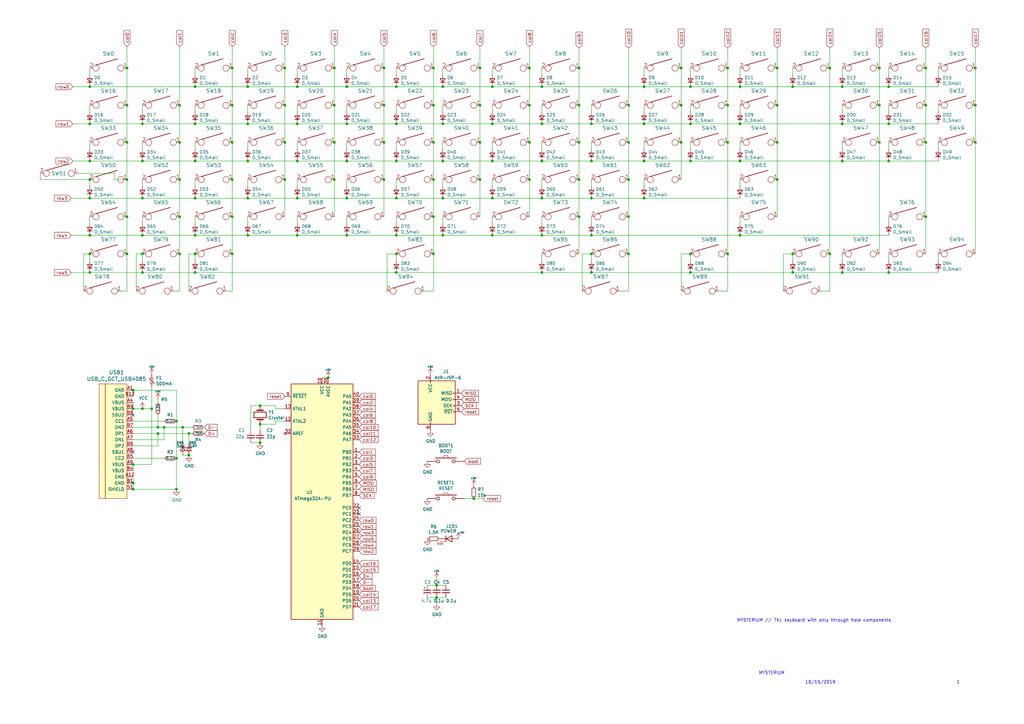
<source format=kicad_sch>
(kicad_sch (version 20211123) (generator eeschema)
  (paper "A3")
  (junction (at 36.83 35.56))
  (junction (at 177.8 58.42))
  (junction (at 283.21 66.04))
  (junction (at 196.85 58.42))
  (junction (at 121.92 35.56))
  (junction (at 116.84 73.66))
  (junction (at 116.84 58.42))
  (junction (at 360.68 27.94))
  (junction (at 179.07 240.03))
  (junction (at 137.16 27.94))
  (junction (at 177.8 104.14))
  (junction (at 400.05 58.42))
  (junction (at 181.61 50.8))
  (junction (at 264.16 66.04))
  (junction (at 58.42 104.14))
  (junction (at 36.83 81.28))
  (junction (at 106.68 166.37))
  (junction (at 101.6 50.8))
  (junction (at 121.92 66.04))
  (junction (at 279.4 58.42))
  (junction (at 101.6 81.28))
  (junction (at 400.05 27.94))
  (junction (at 52.07 58.42))
  (junction (at 177.8 27.94))
  (junction (at 54.61 198.12))
  (junction (at 101.6 96.52))
  (junction (at 77.47 177.8))
  (junction (at 73.66 88.9))
  (junction (at 283.21 111.76))
  (junction (at 237.49 73.66))
  (junction (at 121.92 81.28))
  (junction (at 264.16 35.56))
  (junction (at 74.93 175.26))
  (junction (at 137.16 43.18))
  (junction (at 242.57 111.76))
  (junction (at 196.85 27.94))
  (junction (at 73.66 73.66))
  (junction (at 181.61 66.04))
  (junction (at 116.84 43.18))
  (junction (at 134.62 154.94))
  (junction (at 142.24 81.28))
  (junction (at 237.49 27.94))
  (junction (at 95.25 58.42))
  (junction (at 36.83 96.52))
  (junction (at 257.81 58.42))
  (junction (at 157.48 27.94))
  (junction (at 283.21 104.14))
  (junction (at 72.39 187.96))
  (junction (at 217.17 43.18))
  (junction (at 264.16 50.8))
  (junction (at 157.48 43.18))
  (junction (at 201.93 81.28))
  (junction (at 54.61 167.64))
  (junction (at 340.36 27.94))
  (junction (at 52.07 73.66))
  (junction (at 379.73 43.18))
  (junction (at 242.57 66.04))
  (junction (at 279.4 27.94))
  (junction (at 36.83 111.76))
  (junction (at 303.53 50.8))
  (junction (at 95.25 43.18))
  (junction (at 72.39 172.72))
  (junction (at 364.49 35.56))
  (junction (at 283.21 35.56))
  (junction (at 298.45 58.42))
  (junction (at 142.24 50.8))
  (junction (at 303.53 96.52))
  (junction (at 345.44 35.56))
  (junction (at 222.25 81.28))
  (junction (at 177.8 73.66))
  (junction (at 201.93 66.04))
  (junction (at 217.17 58.42))
  (junction (at 201.93 50.8))
  (junction (at 157.48 73.66))
  (junction (at 162.56 96.52))
  (junction (at 222.25 50.8))
  (junction (at 157.48 58.42))
  (junction (at 242.57 81.28))
  (junction (at 58.42 111.76))
  (junction (at 54.61 190.5))
  (junction (at 52.07 88.9))
  (junction (at 181.61 81.28))
  (junction (at 364.49 111.76))
  (junction (at 101.6 35.56))
  (junction (at 36.83 66.04))
  (junction (at 73.66 43.18))
  (junction (at 142.24 96.52))
  (junction (at 54.61 160.02))
  (junction (at 72.39 200.66))
  (junction (at 194.31 204.47))
  (junction (at 181.61 35.56))
  (junction (at 54.61 200.66))
  (junction (at 80.01 35.56))
  (junction (at 400.05 43.18))
  (junction (at 222.25 96.52))
  (junction (at 106.68 173.99))
  (junction (at 36.83 50.8))
  (junction (at 95.25 27.94))
  (junction (at 58.42 81.28))
  (junction (at 303.53 66.04))
  (junction (at 325.12 35.56))
  (junction (at 52.07 104.14))
  (junction (at 95.25 88.9))
  (junction (at 379.73 27.94))
  (junction (at 95.25 104.14))
  (junction (at 95.25 73.66))
  (junction (at 364.49 50.8))
  (junction (at 257.81 43.18))
  (junction (at 222.25 66.04))
  (junction (at 345.44 66.04))
  (junction (at 116.84 27.94))
  (junction (at 162.56 35.56))
  (junction (at 222.25 111.76))
  (junction (at 80.01 111.76))
  (junction (at 283.21 50.8))
  (junction (at 242.57 104.14))
  (junction (at 80.01 96.52))
  (junction (at 345.44 50.8))
  (junction (at 257.81 73.66))
  (junction (at 298.45 104.14))
  (junction (at 64.77 175.26))
  (junction (at 106.68 181.61))
  (junction (at 264.16 81.28))
  (junction (at 80.01 81.28))
  (junction (at 345.44 111.76))
  (junction (at 318.77 73.66))
  (junction (at 181.61 96.52))
  (junction (at 58.42 167.64))
  (junction (at 201.93 96.52))
  (junction (at 137.16 58.42))
  (junction (at 64.77 177.8))
  (junction (at 298.45 27.94))
  (junction (at 196.85 73.66))
  (junction (at 162.56 50.8))
  (junction (at 379.73 58.42))
  (junction (at 325.12 111.76))
  (junction (at 279.4 43.18))
  (junction (at 379.73 88.9))
  (junction (at 237.49 88.9))
  (junction (at 80.01 104.14))
  (junction (at 325.12 104.14))
  (junction (at 121.92 50.8))
  (junction (at 80.01 66.04))
  (junction (at 340.36 104.14))
  (junction (at 162.56 81.28))
  (junction (at 364.49 66.04))
  (junction (at 201.93 35.56))
  (junction (at 257.81 104.14))
  (junction (at 36.83 73.66))
  (junction (at 58.42 50.8))
  (junction (at 318.77 58.42))
  (junction (at 73.66 58.42))
  (junction (at 121.92 96.52))
  (junction (at 222.25 35.56))
  (junction (at 77.47 186.69))
  (junction (at 179.07 245.11))
  (junction (at 177.8 88.9))
  (junction (at 58.42 66.04))
  (junction (at 303.53 35.56))
  (junction (at 196.85 43.18))
  (junction (at 67.31 175.26))
  (junction (at 162.56 104.14))
  (junction (at 162.56 111.76))
  (junction (at 142.24 66.04))
  (junction (at 101.6 66.04))
  (junction (at 73.66 104.14))
  (junction (at 36.83 104.14))
  (junction (at 257.81 88.9))
  (junction (at 52.07 43.18))
  (junction (at 52.07 27.94))
  (junction (at 162.56 66.04))
  (junction (at 80.01 50.8))
  (junction (at 142.24 35.56))
  (junction (at 242.57 50.8))
  (junction (at 217.17 73.66))
  (junction (at 58.42 96.52))
  (junction (at 217.17 27.94))
  (junction (at 237.49 58.42))
  (junction (at 242.57 96.52))
  (junction (at 360.68 58.42))
  (junction (at 237.49 43.18))
  (junction (at 137.16 73.66))
  (junction (at 318.77 43.18))
  (junction (at 360.68 43.18))
  (junction (at 298.45 43.18))
  (junction (at 318.77 27.94))
  (junction (at 177.8 43.18))
  (junction (at 62.23 167.64))
  (no_connect (at 147.32 208.28))
  (no_connect (at 54.61 170.18))
  (no_connect (at 147.32 210.82))
  (no_connect (at 116.84 177.8))
  (no_connect (at 54.61 185.42))
  (wire (pts (xy 201.93 45.72) (xy 201.93 43.18)))
  (wire (pts (xy 113.03 173.99) (xy 113.03 172.72)))
  (wire (pts (xy 54.61 160.02) (xy 72.39 160.02)))
  (wire (pts (xy 303.53 76.2) (xy 303.53 73.66)))
  (wire (pts (xy 264.16 81.28) (xy 303.53 81.28)))
  (wire (pts (xy 102.87 166.37) (xy 102.87 176.53)))
  (wire (pts (xy 222.25 106.68) (xy 222.25 104.14)))
  (wire (pts (xy 364.49 106.68) (xy 364.49 104.14)))
  (wire (pts (xy 257.81 104.14) (xy 257.81 88.9)))
  (wire (pts (xy 74.93 175.26) (xy 78.74 175.26)))
  (wire (pts (xy 77.47 104.14) (xy 77.47 119.38)))
  (wire (pts (xy 142.24 76.2) (xy 142.24 73.66)))
  (wire (pts (xy 106.68 173.99) (xy 113.03 173.99)))
  (wire (pts (xy 101.6 96.52) (xy 121.92 96.52)))
  (wire (pts (xy 95.25 104.14) (xy 95.25 119.38)))
  (wire (pts (xy 36.83 66.04) (xy 29.845 66.04)))
  (wire (pts (xy 318.77 58.42) (xy 318.77 73.66)))
  (wire (pts (xy 52.07 73.66) (xy 52.07 88.9)))
  (wire (pts (xy 177.8 119.38) (xy 173.99 119.38)))
  (wire (pts (xy 142.24 35.56) (xy 162.56 35.56)))
  (wire (pts (xy 54.61 193.04) (xy 54.61 190.5)))
  (wire (pts (xy 162.56 50.8) (xy 181.61 50.8)))
  (wire (pts (xy 237.49 19.685) (xy 237.49 27.94)))
  (wire (pts (xy 54.61 200.66) (xy 72.39 200.66)))
  (wire (pts (xy 201.93 96.52) (xy 222.25 96.52)))
  (wire (pts (xy 237.49 73.66) (xy 237.49 88.9)))
  (wire (pts (xy 36.83 73.66) (xy 36.83 76.2)))
  (wire (pts (xy 360.68 43.18) (xy 360.68 58.42)))
  (wire (pts (xy 142.24 81.28) (xy 162.56 81.28)))
  (wire (pts (xy 298.45 104.14) (xy 298.45 119.38)))
  (wire (pts (xy 318.77 43.18) (xy 318.77 58.42)))
  (wire (pts (xy 116.84 27.94) (xy 116.84 43.18)))
  (wire (pts (xy 379.73 27.94) (xy 379.73 19.685)))
  (wire (pts (xy 52.07 43.18) (xy 52.07 58.42)))
  (wire (pts (xy 345.44 50.8) (xy 364.49 50.8)))
  (wire (pts (xy 95.25 73.66) (xy 95.25 58.42)))
  (wire (pts (xy 364.49 111.76) (xy 345.44 111.76)))
  (wire (pts (xy 36.83 104.14) (xy 34.29 104.14)))
  (wire (pts (xy 36.83 111.76) (xy 29.21 111.76)))
  (wire (pts (xy 162.56 35.56) (xy 181.61 35.56)))
  (wire (pts (xy 257.81 88.9) (xy 257.81 73.66)))
  (wire (pts (xy 177.8 27.94) (xy 177.8 19.05)))
  (wire (pts (xy 325.12 30.48) (xy 325.12 27.94)))
  (wire (pts (xy 52.07 104.14) (xy 52.07 119.38)))
  (wire (pts (xy 121.92 60.96) (xy 121.92 58.42)))
  (wire (pts (xy 242.57 76.2) (xy 242.57 73.66)))
  (wire (pts (xy 201.93 91.44) (xy 201.93 88.9)))
  (wire (pts (xy 58.42 91.44) (xy 58.42 88.9)))
  (wire (pts (xy 181.61 81.28) (xy 201.93 81.28)))
  (wire (pts (xy 257.81 58.42) (xy 257.81 43.18)))
  (wire (pts (xy 177.8 88.9) (xy 177.8 73.66)))
  (wire (pts (xy 242.57 45.72) (xy 242.57 43.18)))
  (wire (pts (xy 58.42 60.96) (xy 58.42 58.42)))
  (wire (pts (xy 181.61 50.8) (xy 201.93 50.8)))
  (wire (pts (xy 121.92 35.56) (xy 142.24 35.56)))
  (wire (pts (xy 364.49 45.72) (xy 364.49 43.18)))
  (wire (pts (xy 264.16 50.8) (xy 283.21 50.8)))
  (wire (pts (xy 298.45 43.18) (xy 298.45 58.42)))
  (wire (pts (xy 36.83 81.28) (xy 29.21 81.28)))
  (wire (pts (xy 242.57 81.28) (xy 264.16 81.28)))
  (wire (pts (xy 222.25 66.04) (xy 242.57 66.04)))
  (wire (pts (xy 101.6 60.96) (xy 101.6 58.42)))
  (wire (pts (xy 222.25 111.76) (xy 162.56 111.76)))
  (wire (pts (xy 201.93 50.8) (xy 222.25 50.8)))
  (wire (pts (xy 113.03 167.64) (xy 116.84 167.64)))
  (wire (pts (xy 52.07 58.42) (xy 52.07 73.66)))
  (wire (pts (xy 264.16 66.04) (xy 283.21 66.04)))
  (wire (pts (xy 364.49 91.44) (xy 364.49 88.9)))
  (wire (pts (xy 196.85 58.42) (xy 196.85 73.66)))
  (wire (pts (xy 384.81 106.68) (xy 384.81 104.14)))
  (wire (pts (xy 283.21 106.68) (xy 283.21 104.14)))
  (wire (pts (xy 217.17 88.9) (xy 217.17 73.66)))
  (wire (pts (xy 345.44 45.72) (xy 345.44 43.18)))
  (wire (pts (xy 162.56 111.76) (xy 80.01 111.76)))
  (wire (pts (xy 217.17 43.18) (xy 217.17 27.94)))
  (wire (pts (xy 95.25 58.42) (xy 95.25 43.18)))
  (wire (pts (xy 36.83 66.04) (xy 58.42 66.04)))
  (wire (pts (xy 279.4 104.14) (xy 279.4 119.38)))
  (wire (pts (xy 54.61 198.12) (xy 54.61 200.66)))
  (wire (pts (xy 58.42 76.2) (xy 58.42 73.66)))
  (wire (pts (xy 400.05 58.42) (xy 400.05 104.14)))
  (wire (pts (xy 279.4 43.18) (xy 279.4 58.42)))
  (wire (pts (xy 201.93 60.96) (xy 201.93 58.42)))
  (wire (pts (xy 73.66 104.14) (xy 73.66 119.38)))
  (wire (pts (xy 162.56 66.04) (xy 181.61 66.04)))
  (wire (pts (xy 80.01 111.76) (xy 58.42 111.76)))
  (wire (pts (xy 157.48 43.18) (xy 157.48 58.42)))
  (wire (pts (xy 36.83 96.52) (xy 58.42 96.52)))
  (wire (pts (xy 52.07 27.94) (xy 52.07 43.18)))
  (wire (pts (xy 72.39 160.02) (xy 72.39 172.72)))
  (wire (pts (xy 121.92 30.48) (xy 121.92 27.94)))
  (wire (pts (xy 54.61 172.72) (xy 67.31 172.72)))
  (wire (pts (xy 73.66 43.18) (xy 73.66 19.05)))
  (wire (pts (xy 318.77 73.66) (xy 318.77 88.9)))
  (wire (pts (xy 52.07 88.9) (xy 52.07 104.14)))
  (wire (pts (xy 175.26 240.03) (xy 179.07 240.03)))
  (wire (pts (xy 73.66 73.66) (xy 73.66 88.9)))
  (wire (pts (xy 95.25 104.14) (xy 95.25 88.9)))
  (wire (pts (xy 142.24 66.04) (xy 162.56 66.04)))
  (wire (pts (xy 400.05 43.18) (xy 400.05 58.42)))
  (wire (pts (xy 36.83 27.94) (xy 36.83 30.48)))
  (wire (pts (xy 222.25 91.44) (xy 222.25 88.9)))
  (wire (pts (xy 67.31 175.26) (xy 74.93 175.26)))
  (wire (pts (xy 237.49 27.94) (xy 237.49 43.18)))
  (wire (pts (xy 80.01 50.8) (xy 101.6 50.8)))
  (wire (pts (xy 303.53 30.48) (xy 303.53 27.94)))
  (wire (pts (xy 64.77 175.26) (xy 67.31 175.26)))
  (wire (pts (xy 55.88 104.14) (xy 55.88 119.38)))
  (wire (pts (xy 74.93 175.26) (xy 74.93 181.61)))
  (wire (pts (xy 36.83 88.9) (xy 36.83 91.44)))
  (wire (pts (xy 201.93 81.28) (xy 222.25 81.28)))
  (wire (pts (xy 74.93 186.69) (xy 77.47 186.69)))
  (wire (pts (xy 181.61 91.44) (xy 181.61 88.9)))
  (wire (pts (xy 101.6 91.44) (xy 101.6 88.9)))
  (wire (pts (xy 242.57 91.44) (xy 242.57 88.9)))
  (wire (pts (xy 101.6 30.48) (xy 101.6 27.94)))
  (wire (pts (xy 73.66 88.9) (xy 73.66 104.14)))
  (wire (pts (xy 283.21 104.14) (xy 279.4 104.14)))
  (wire (pts (xy 340.36 119.38) (xy 336.55 119.38)))
  (wire (pts (xy 142.24 45.72) (xy 142.24 43.18)))
  (wire (pts (xy 137.16 73.66) (xy 137.16 58.42)))
  (wire (pts (xy 264.16 76.2) (xy 264.16 73.66)))
  (wire (pts (xy 162.56 45.72) (xy 162.56 43.18)))
  (wire (pts (xy 58.42 66.04) (xy 80.01 66.04)))
  (wire (pts (xy 340.36 27.94) (xy 340.36 19.685)))
  (wire (pts (xy 102.87 181.61) (xy 106.68 181.61)))
  (wire (pts (xy 62.23 190.5) (xy 54.61 190.5)))
  (wire (pts (xy 325.12 111.76) (xy 283.21 111.76)))
  (wire (pts (xy 80.01 76.2) (xy 80.01 73.66)))
  (wire (pts (xy 237.49 58.42) (xy 237.49 73.66)))
  (wire (pts (xy 345.44 66.04) (xy 364.49 66.04)))
  (wire (pts (xy 345.44 111.76) (xy 325.12 111.76)))
  (wire (pts (xy 36.83 81.28) (xy 58.42 81.28)))
  (wire (pts (xy 222.25 76.2) (xy 222.25 73.66)))
  (wire (pts (xy 196.85 73.66) (xy 196.85 88.9)))
  (wire (pts (xy 116.84 58.42) (xy 116.84 73.66)))
  (wire (pts (xy 242.57 106.68) (xy 242.57 104.14)))
  (wire (pts (xy 175.26 245.11) (xy 179.07 245.11)))
  (wire (pts (xy 121.92 66.04) (xy 142.24 66.04)))
  (wire (pts (xy 46.99 73.66) (xy 46.99 71.12)))
  (wire (pts (xy 101.6 66.04) (xy 121.92 66.04)))
  (wire (pts (xy 121.92 96.52) (xy 142.24 96.52)))
  (wire (pts (xy 384.81 45.72) (xy 384.81 43.18)))
  (wire (pts (xy 62.23 167.64) (xy 62.23 190.5)))
  (wire (pts (xy 162.56 106.68) (xy 162.56 104.14)))
  (wire (pts (xy 116.84 73.66) (xy 116.84 88.9)))
  (wire (pts (xy 201.93 35.56) (xy 222.25 35.56)))
  (wire (pts (xy 242.57 50.8) (xy 264.16 50.8)))
  (wire (pts (xy 64.77 165.1) (xy 64.77 163.83)))
  (wire (pts (xy 283.21 45.72) (xy 283.21 43.18)))
  (wire (pts (xy 80.01 91.44) (xy 80.01 88.9)))
  (wire (pts (xy 237.49 88.9) (xy 237.49 104.14)))
  (wire (pts (xy 64.77 177.8) (xy 77.47 177.8)))
  (wire (pts (xy 80.01 35.56) (xy 101.6 35.56)))
  (wire (pts (xy 340.36 27.94) (xy 340.36 104.14)))
  (wire (pts (xy 162.56 30.48) (xy 162.56 27.94)))
  (wire (pts (xy 201.93 66.04) (xy 222.25 66.04)))
  (wire (pts (xy 364.49 60.96) (xy 364.49 58.42)))
  (wire (pts (xy 142.24 50.8) (xy 162.56 50.8)))
  (wire (pts (xy 283.21 50.8) (xy 303.53 50.8)))
  (wire (pts (xy 95.25 27.94) (xy 95.25 19.05)))
  (wire (pts (xy 283.21 60.96) (xy 283.21 58.42)))
  (wire (pts (xy 162.56 81.28) (xy 181.61 81.28)))
  (wire (pts (xy 298.45 19.685) (xy 298.45 27.94)))
  (wire (pts (xy 318.77 27.94) (xy 318.77 43.18)))
  (wire (pts (xy 303.53 66.04) (xy 345.44 66.04)))
  (wire (pts (xy 238.76 104.14) (xy 238.76 119.38)))
  (wire (pts (xy 198.12 204.47) (xy 194.31 204.47)))
  (wire (pts (xy 80.01 104.14) (xy 77.47 104.14)))
  (wire (pts (xy 64.77 177.8) (xy 64.77 182.88)))
  (wire (pts (xy 264.16 30.48) (xy 264.16 27.94)))
  (wire (pts (xy 379.73 88.9) (xy 379.73 58.42)))
  (wire (pts (xy 181.61 76.2) (xy 181.61 73.66)))
  (wire (pts (xy 325.12 104.14) (xy 321.31 104.14)))
  (wire (pts (xy 80.01 45.72) (xy 80.01 43.18)))
  (wire (pts (xy 340.36 104.14) (xy 340.36 119.38)))
  (wire (pts (xy 157.48 73.66) (xy 157.48 88.9)))
  (wire (pts (xy 101.6 50.8) (xy 121.92 50.8)))
  (wire (pts (xy 142.24 91.44) (xy 142.24 88.9)))
  (wire (pts (xy 121.92 45.72) (xy 121.92 43.18)))
  (wire (pts (xy 54.61 167.64) (xy 58.42 167.64)))
  (wire (pts (xy 181.61 66.04) (xy 201.93 66.04)))
  (wire (pts (xy 279.4 27.94) (xy 279.4 19.685)))
  (wire (pts (xy 73.66 58.42) (xy 73.66 73.66)))
  (wire (pts (xy 137.16 43.18) (xy 137.16 27.94)))
  (wire (pts (xy 121.92 76.2) (xy 121.92 73.66)))
  (wire (pts (xy 364.49 50.8) (xy 384.81 50.8)))
  (wire (pts (xy 318.77 27.94) (xy 318.77 19.685)))
  (wire (pts (xy 52.07 119.38) (xy 49.53 119.38)))
  (wire (pts (xy 196.85 27.94) (xy 196.85 43.18)))
  (wire (pts (xy 58.42 104.14) (xy 55.88 104.14)))
  (wire (pts (xy 222.25 60.96) (xy 222.25 58.42)))
  (wire (pts (xy 303.53 50.8) (xy 345.44 50.8)))
  (wire (pts (xy 36.83 35.56) (xy 80.01 35.56)))
  (wire (pts (xy 194.31 204.47) (xy 190.5 204.47)))
  (wire (pts (xy 36.83 35.56) (xy 29.845 35.56)))
  (wire (pts (xy 67.31 175.26) (xy 67.31 180.34)))
  (wire (pts (xy 52.07 73.66) (xy 46.99 73.66)))
  (wire (pts (xy 54.61 177.8) (xy 64.77 177.8)))
  (wire (pts (xy 58.42 45.72) (xy 58.42 43.18)))
  (wire (pts (xy 162.56 96.52) (xy 181.61 96.52)))
  (wire (pts (xy 257.81 73.66) (xy 257.81 58.42)))
  (wire (pts (xy 62.23 167.64) (xy 62.23 158.75)))
  (wire (pts (xy 400.05 27.94) (xy 400.05 19.685)))
  (wire (pts (xy 321.31 104.14) (xy 321.31 119.38)))
  (wire (pts (xy 201.93 76.2) (xy 201.93 73.66)))
  (wire (pts (xy 303.53 91.44) (xy 303.53 88.9)))
  (wire (pts (xy 162.56 91.44) (xy 162.56 88.9)))
  (wire (pts (xy 113.03 166.37) (xy 113.03 167.64)))
  (wire (pts (xy 222.25 50.8) (xy 242.57 50.8)))
  (wire (pts (xy 36.83 106.68) (xy 36.83 104.14)))
  (wire (pts (xy 64.77 182.88) (xy 54.61 182.88)))
  (wire (pts (xy 345.44 106.68) (xy 345.44 104.14)))
  (wire (pts (xy 242.57 104.14) (xy 238.76 104.14)))
  (wire (pts (xy 400.05 27.94) (xy 400.05 43.18)))
  (wire (pts (xy 177.8 104.14) (xy 177.8 119.38)))
  (wire (pts (xy 283.21 30.48) (xy 283.21 27.94)))
  (wire (pts (xy 58.42 106.68) (xy 58.42 104.14)))
  (wire (pts (xy 181.61 45.72) (xy 181.61 43.18)))
  (wire (pts (xy 162.56 60.96) (xy 162.56 58.42)))
  (wire (pts (xy 77.47 177.8) (xy 77.47 181.61)))
  (wire (pts (xy 58.42 167.64) (xy 62.23 167.64)))
  (wire (pts (xy 34.29 104.14) (xy 34.29 119.38)))
  (wire (pts (xy 384.81 60.96) (xy 384.81 58.42)))
  (wire (pts (xy 179.07 245.11) (xy 179.07 247.65)))
  (wire (pts (xy 384.81 30.48) (xy 384.81 27.94)))
  (wire (pts (xy 132.08 154.94) (xy 134.62 154.94)))
  (wire (pts (xy 52.07 27.94) (xy 52.07 19.05)))
  (wire (pts (xy 121.92 81.28) (xy 142.24 81.28)))
  (wire (pts (xy 36.83 43.18) (xy 36.83 45.72)))
  (wire (pts (xy 379.73 58.42) (xy 379.73 43.18)))
  (wire (pts (xy 142.24 96.52) (xy 162.56 96.52)))
  (wire (pts (xy 58.42 50.8) (xy 80.01 50.8)))
  (wire (pts (xy 80.01 106.68) (xy 80.01 104.14)))
  (wire (pts (xy 242.57 96.52) (xy 303.53 96.52)))
  (wire (pts (xy 364.49 35.56) (xy 384.81 35.56)))
  (wire (pts (xy 158.75 104.14) (xy 158.75 119.38)))
  (wire (pts (xy 242.57 66.04) (xy 264.16 66.04)))
  (wire (pts (xy 196.85 27.94) (xy 196.85 19.05)))
  (wire (pts (xy 142.24 60.96) (xy 142.24 58.42)))
  (wire (pts (xy 36.83 96.52) (xy 29.21 96.52)))
  (wire (pts (xy 264.16 45.72) (xy 264.16 43.18)))
  (wire (pts (xy 264.16 35.56) (xy 283.21 35.56)))
  (wire (pts (xy 283.21 35.56) (xy 303.53 35.56)))
  (wire (pts (xy 379.73 104.14) (xy 379.73 88.9)))
  (wire (pts (xy 72.39 172.72) (xy 72.39 187.96)))
  (wire (pts (xy 137.16 88.9) (xy 137.16 73.66)))
  (wire (pts (xy 116.84 27.94) (xy 116.84 19.05)))
  (wire (pts (xy 217.17 27.94) (xy 217.17 19.05)))
  (wire (pts (xy 137.16 27.94) (xy 137.16 19.05)))
  (wire (pts (xy 360.68 27.94) (xy 360.68 19.685)))
  (wire (pts (xy 95.25 119.38) (xy 92.71 119.38)))
  (wire (pts (xy 257.81 43.18) (xy 257.81 19.685)))
  (wire (pts (xy 80.01 60.96) (xy 80.01 58.42)))
  (wire (pts (xy 303.53 45.72) (xy 303.53 43.18)))
  (wire (pts (xy 360.68 27.94) (xy 360.68 43.18)))
  (wire (pts (xy 162.56 76.2) (xy 162.56 73.66)))
  (wire (pts (xy 345.44 30.48) (xy 345.44 27.94)))
  (wire (pts (xy 64.77 175.26) (xy 64.77 170.18)))
  (wire (pts (xy 364.49 30.48) (xy 364.49 27.94)))
  (wire (pts (xy 121.92 91.44) (xy 121.92 88.9)))
  (wire (pts (xy 298.45 58.42) (xy 298.45 104.14)))
  (wire (pts (xy 101.6 35.56) (xy 121.92 35.56)))
  (wire (pts (xy 177.8 43.18) (xy 177.8 27.94)))
  (wire (pts (xy 54.61 195.58) (xy 54.61 198.12)))
  (wire (pts (xy 58.42 96.52) (xy 80.01 96.52)))
  (wire (pts (xy 80.01 66.04) (xy 101.6 66.04)))
  (wire (pts (xy 181.61 96.52) (xy 201.93 96.52)))
  (wire (pts (xy 157.48 58.42) (xy 157.48 73.66)))
  (wire (pts (xy 279.4 58.42) (xy 279.4 73.66)))
  (wire (pts (xy 364.49 66.04) (xy 384.81 66.04)))
  (wire (pts (xy 80.01 81.28) (xy 101.6 81.28)))
  (wire (pts (xy 54.61 175.26) (xy 64.77 175.26)))
  (wire (pts (xy 101.6 81.28) (xy 121.92 81.28)))
  (wire (pts (xy 177.8 58.42) (xy 177.8 43.18)))
  (wire (pts (xy 181.61 60.96) (xy 181.61 58.42)))
  (wire (pts (xy 121.92 50.8) (xy 142.24 50.8)))
  (wire (pts (xy 283.21 111.76) (xy 242.57 111.76)))
  (wire (pts (xy 179.07 240.03) (xy 179.07 237.49)))
  (wire (pts (xy 46.99 71.12) (xy 31.75 71.12)))
  (wire (pts (xy 54.61 165.1) (xy 54.61 167.64)))
  (wire (pts (xy 379.73 43.18) (xy 379.73 27.94)))
  (wire (pts (xy 106.68 173.99) (xy 106.68 176.53)))
  (wire (pts (xy 73.66 119.38) (xy 71.12 119.38)))
  (wire (pts (xy 222.25 96.52) (xy 242.57 96.52)))
  (wire (pts (xy 222.25 30.48) (xy 222.25 27.94)))
  (wire (pts (xy 201.93 30.48) (xy 201.93 27.94)))
  (wire (pts (xy 345.44 60.96) (xy 345.44 58.42)))
  (wire (pts (xy 242.57 111.76) (xy 222.25 111.76)))
  (wire (pts (xy 67.31 180.34) (xy 54.61 180.34)))
  (wire (pts (xy 36.83 50.8) (xy 58.42 50.8)))
  (wire (pts (xy 80.01 96.52) (xy 101.6 96.52)))
  (wire (pts (xy 283.21 66.04) (xy 303.53 66.04)))
  (wire (pts (xy 179.07 240.03) (xy 182.88 240.03)))
  (wire (pts (xy 222.25 35.56) (xy 264.16 35.56)))
  (wire (pts (xy 36.83 73.66) (xy 16.51 73.66)))
  (wire (pts (xy 157.48 27.94) (xy 157.48 43.18)))
  (wire (pts (xy 242.57 60.96) (xy 242.57 58.42)))
  (wire (pts (xy 345.44 35.56) (xy 364.49 35.56)))
  (wire (pts (xy 16.51 73.66) (xy 16.51 71.12)))
  (wire (pts (xy 113.03 172.72) (xy 116.84 172.72)))
  (wire (pts (xy 325.12 106.68) (xy 325.12 104.14)))
  (wire (pts (xy 177.8 104.14) (xy 177.8 88.9)))
  (wire (pts (xy 325.12 35.56) (xy 345.44 35.56)))
  (wire (pts (xy 179.07 245.11) (xy 182.88 245.11)))
  (wire (pts (xy 298.45 119.38) (xy 294.64 119.38)))
  (wire (pts (xy 279.4 27.94) (xy 279.4 43.18)))
  (wire (pts (xy 101.6 76.2) (xy 101.6 73.66)))
  (wire (pts (xy 80.01 30.48) (xy 80.01 27.94)))
  (wire (pts (xy 95.25 43.18) (xy 95.25 27.94)))
  (wire (pts (xy 360.68 58.42) (xy 360.68 104.14)))
  (wire (pts (xy 181.61 35.56) (xy 201.93 35.56)))
  (wire (pts (xy 106.68 166.37) (xy 113.03 166.37)))
  (wire (pts (xy 303.53 60.96) (xy 303.53 58.42)))
  (wire (pts (xy 384.81 111.76) (xy 364.49 111.76)))
  (wire (pts (xy 116.84 43.18) (xy 116.84 58.42)))
  (wire (pts (xy 264.16 60.96) (xy 264.16 58.42)))
  (wire (pts (xy 36.83 58.42) (xy 36.83 60.96)))
  (wire (pts (xy 142.24 30.48) (xy 142.24 27.94)))
  (wire (pts (xy 298.45 27.94) (xy 298.45 43.18)))
  (wire (pts (xy 77.47 177.8) (xy 78.74 177.8)))
  (wire (pts (xy 137.16 58.42) (xy 137.16 43.18)))
  (wire (pts (xy 106.68 166.37) (xy 102.87 166.37)))
  (wire (pts (xy 36.83 50.8) (xy 29.845 50.8)))
  (wire (pts (xy 73.66 43.18) (xy 73.66 58.42)))
  (wire (pts (xy 177.8 73.66) (xy 177.8 58.42)))
  (wire (pts (xy 95.25 88.9) (xy 95.25 73.66)))
  (wire (pts (xy 303.53 96.52) (xy 364.49 96.52)))
  (wire (pts (xy 303.53 35.56) (xy 325.12 35.56)))
  (wire (pts (xy 54.61 162.56) (xy 54.61 160.02)))
  (wire (pts (xy 101.6 45.72) (xy 101.6 43.18)))
  (wire (pts (xy 257.81 104.14) (xy 257.81 119.38)))
  (wire (pts (xy 222.25 81.28) (xy 242.57 81.28)))
  (wire (pts (xy 58.42 81.28) (xy 80.01 81.28)))
  (wire (pts (xy 72.39 187.96) (xy 72.39 200.66)))
  (wire (pts (xy 257.81 119.38) (xy 254 119.38)))
  (wire (pts (xy 217.17 58.42) (xy 217.17 43.18)))
  (wire (pts (xy 162.56 104.14) (xy 158.75 104.14)))
  (wire (pts (xy 181.61 30.48) (xy 181.61 27.94)))
  (wire (pts (xy 157.48 27.94) (xy 157.48 19.05)))
  (wire (pts (xy 196.85 43.18) (xy 196.85 58.42)))
  (wire (pts (xy 58.42 111.76) (xy 36.83 111.76)))
  (wire (pts (xy 217.17 73.66) (xy 217.17 58.42)))
  (wire (pts (xy 237.49 43.18) (xy 237.49 58.42)))
  (wire (pts (xy 222.25 45.72) (xy 222.25 43.18)))
  (wire (pts (xy 54.61 187.96) (xy 67.31 187.96)))
  (text "MYSTERIUM // TKL keyboard with only through hole components" (at 302.26 255.27 0) (effects (font (size 1.27 1.27)) (justify left bottom)))
  (text "MYSTERIUM" (at 311.15 276.86 0) (effects (font (size 1.27 1.27)) (justify left bottom)))
  (text "10/15/2019" (at 330.2 280.67 0) (effects (font (size 1.27 1.27)) (justify left bottom)))
  (text "1" (at 393.7 280.67 180) (effects (font (size 1.27 1.27)) (justify right bottom)))
  (global_label "MISO" (shape input) (at 147.32 200.66 0) (property "Intersheet References" "${INTERSHEET_REFS}" (effects hide)))
  (global_label "row2" (shape input) (at 147.32 226.06 0) (property "Intersheet References" "${INTERSHEET_REFS}" (effects hide)))
  (global_label "col5" (shape input) (at 147.32 190.5 0) (property "Intersheet References" "${INTERSHEET_REFS}" (effects hide)))
  (global_label "col12" (shape input) (at 147.32 180.34 0) (property "Intersheet References" "${INTERSHEET_REFS}" (effects hide)))
  (global_label "D+" (shape input) (at 83.82 177.8 0) (property "Intersheet References" "${INTERSHEET_REFS}" (effects hide)))
  (global_label "reset" (shape input) (at 116.84 162.56 180) (property "Intersheet References" "${INTERSHEET_REFS}" (effects hide)))
  (global_label "col9" (shape input) (at 237.49 19.685 90) (property "Intersheet References" "${INTERSHEET_REFS}" (effects hide)))
  (global_label "col8" (shape input) (at 147.32 172.72 0) (property "Intersheet References" "${INTERSHEET_REFS}" (effects hide)))
  (global_label "col15" (shape input) (at 360.68 19.685 90) (property "Intersheet References" "${INTERSHEET_REFS}" (effects hide)))
  (global_label "row3" (shape input) (at 147.32 218.44 0) (property "Intersheet References" "${INTERSHEET_REFS}" (effects hide)))
  (global_label "col6" (shape input) (at 147.32 170.18 0) (property "Intersheet References" "${INTERSHEET_REFS}" (effects hide)))
  (global_label "col1" (shape input) (at 73.66 19.05 90) (property "Intersheet References" "${INTERSHEET_REFS}" (effects hide)))
  (global_label "col3" (shape input) (at 147.32 187.96 0) (property "Intersheet References" "${INTERSHEET_REFS}" (effects hide)))
  (global_label "col13" (shape input) (at 147.32 246.38 0) (property "Intersheet References" "${INTERSHEET_REFS}" (effects hide)))
  (global_label "col3" (shape input) (at 116.84 19.05 90) (property "Intersheet References" "${INTERSHEET_REFS}" (effects hide)))
  (global_label "row1" (shape input) (at 147.32 215.9 0) (property "Intersheet References" "${INTERSHEET_REFS}" (effects hide)))
  (global_label "col0" (shape input) (at 147.32 162.56 0) (property "Intersheet References" "${INTERSHEET_REFS}" (effects hide)))
  (global_label "SCK" (shape input) (at 147.32 203.2 0) (property "Intersheet References" "${INTERSHEET_REFS}" (effects hide)))
  (global_label "col9" (shape input) (at 147.32 195.58 0) (property "Intersheet References" "${INTERSHEET_REFS}" (effects hide)))
  (global_label "col16" (shape input) (at 147.32 231.14 0) (property "Intersheet References" "${INTERSHEET_REFS}" (effects hide)))
  (global_label "col17" (shape input) (at 400.05 19.685 90) (property "Intersheet References" "${INTERSHEET_REFS}" (effects hide)))
  (global_label "row0" (shape input) (at 147.32 213.36 0) (property "Intersheet References" "${INTERSHEET_REFS}" (effects hide)))
  (global_label "D+" (shape input) (at 147.32 236.22 0) (property "Intersheet References" "${INTERSHEET_REFS}" (effects hide)))
  (global_label "MOSI" (shape input) (at 189.23 163.83 0) (property "Intersheet References" "${INTERSHEET_REFS}" (effects hide)))
  (global_label "row5" (shape input) (at 29.21 111.76 180) (property "Intersheet References" "${INTERSHEET_REFS}" (effects hide)))
  (global_label "col15" (shape input) (at 147.32 233.68 0) (property "Intersheet References" "${INTERSHEET_REFS}" (effects hide)))
  (global_label "reset" (shape input) (at 189.23 168.91 0) (property "Intersheet References" "${INTERSHEET_REFS}" (effects hide)))
  (global_label "col10" (shape input) (at 257.81 19.685 90) (property "Intersheet References" "${INTERSHEET_REFS}" (effects hide)))
  (global_label "col16" (shape input) (at 379.73 19.685 90) (property "Intersheet References" "${INTERSHEET_REFS}" (effects hide)))
  (global_label "col11" (shape input) (at 147.32 177.8 0) (property "Intersheet References" "${INTERSHEET_REFS}" (effects hide)))
  (global_label "row0" (shape input) (at 29.845 35.56 180) (property "Intersheet References" "${INTERSHEET_REFS}" (effects hide)))
  (global_label "SCK" (shape input) (at 189.23 166.37 0) (property "Intersheet References" "${INTERSHEET_REFS}" (effects hide)))
  (global_label "D-" (shape input) (at 147.32 238.76 0) (property "Intersheet References" "${INTERSHEET_REFS}" (effects hide)))
  (global_label "col17" (shape input) (at 147.32 248.92 0) (property "Intersheet References" "${INTERSHEET_REFS}" (effects hide)))
  (global_label "row2" (shape input) (at 29.845 66.04 180) (property "Intersheet References" "${INTERSHEET_REFS}" (effects hide)))
  (global_label "col14" (shape input) (at 147.32 243.84 0) (property "Intersheet References" "${INTERSHEET_REFS}" (effects hide)))
  (global_label "col7" (shape input) (at 196.85 19.05 90) (property "Intersheet References" "${INTERSHEET_REFS}" (effects hide)))
  (global_label "col13" (shape input) (at 318.77 19.685 90) (property "Intersheet References" "${INTERSHEET_REFS}" (effects hide)))
  (global_label "col1" (shape input) (at 147.32 185.42 0) (property "Intersheet References" "${INTERSHEET_REFS}" (effects hide)))
  (global_label "col2" (shape input) (at 95.25 19.05 90) (property "Intersheet References" "${INTERSHEET_REFS}" (effects hide)))
  (global_label "col10" (shape input) (at 147.32 175.26 0) (property "Intersheet References" "${INTERSHEET_REFS}" (effects hide)))
  (global_label "col4" (shape input) (at 137.16 19.05 90) (property "Intersheet References" "${INTERSHEET_REFS}" (effects hide)))
  (global_label "col11" (shape input) (at 279.4 19.685 90) (property "Intersheet References" "${INTERSHEET_REFS}" (effects hide)))
  (global_label "row3" (shape input) (at 29.21 81.28 180) (property "Intersheet References" "${INTERSHEET_REFS}" (effects hide)))
  (global_label "col14" (shape input) (at 340.36 19.685 90) (property "Intersheet References" "${INTERSHEET_REFS}" (effects hide)))
  (global_label "boot" (shape input) (at 190.5 189.23 0) (property "Intersheet References" "${INTERSHEET_REFS}" (effects hide)))
  (global_label "D-" (shape input) (at 83.82 175.26 0) (property "Intersheet References" "${INTERSHEET_REFS}" (effects hide)))
  (global_label "col6" (shape input) (at 177.8 19.05 90) (property "Intersheet References" "${INTERSHEET_REFS}" (effects hide)))
  (global_label "MOSI" (shape input) (at 147.32 198.12 0) (property "Intersheet References" "${INTERSHEET_REFS}" (effects hide)))
  (global_label "row5" (shape input) (at 147.32 220.98 0) (property "Intersheet References" "${INTERSHEET_REFS}" (effects hide)))
  (global_label "row4" (shape input) (at 147.32 223.52 0) (property "Intersheet References" "${INTERSHEET_REFS}" (effects hide)))
  (global_label "col4" (shape input) (at 147.32 167.64 0) (property "Intersheet References" "${INTERSHEET_REFS}" (effects hide)))
  (global_label "col8" (shape input) (at 217.17 19.05 90) (property "Intersheet References" "${INTERSHEET_REFS}" (effects hide)))
  (global_label "row4" (shape input) (at 29.21 96.52 180) (property "Intersheet References" "${INTERSHEET_REFS}" (effects hide)))
  (global_label "reset" (shape input) (at 198.12 204.47 0) (property "Intersheet References" "${INTERSHEET_REFS}" (effects hide)))
  (global_label "boot" (shape input) (at 147.32 241.3 0) (property "Intersheet References" "${INTERSHEET_REFS}" (effects hide)))
  (global_label "col12" (shape input) (at 298.45 19.685 90) (property "Intersheet References" "${INTERSHEET_REFS}" (effects hide)))
  (global_label "row1" (shape input) (at 29.845 50.8 180) (property "Intersheet References" "${INTERSHEET_REFS}" (effects hide)))
  (global_label "col2" (shape input) (at 147.32 165.1 0) (property "Intersheet References" "${INTERSHEET_REFS}" (effects hide)))
  (global_label "MISO" (shape input) (at 189.23 161.29 0) (property "Intersheet References" "${INTERSHEET_REFS}" (effects hide)))
  (global_label "col5" (shape input) (at 157.48 19.05 90) (property "Intersheet References" "${INTERSHEET_REFS}" (effects hide)))
  (global_label "col0" (shape input) (at 52.07 19.05 90) (property "Intersheet References" "${INTERSHEET_REFS}" (effects hide)))
  (global_label "col7" (shape input) (at 147.32 193.04 0) (property "Intersheet References" "${INTERSHEET_REFS}" (effects hide)))
  (symbol (lib_id "Device:R_Small") (at 69.85 172.72 270) (unit 1)
    (property "Reference" "R1" (at 69.85 170.18 90))
    (property "Value" "5.1k" (at 69.85 172.72 90) (effects (font (size 0.9906 0.9906))))
    (property "Footprint" "cftkb:R_Axial_DIN0204_L3.6mm_D1.6mm_P7.62mm_Horizontal" (effects hide))
  )
  (symbol (lib_id "Device:R_Small") (at 69.85 187.96 90) (unit 1)
    (property "Reference" "R2" (at 69.85 185.42 90))
    (property "Value" "5.1k" (at 69.85 187.96 90) (effects (font (size 0.9906 0.9906))))
    (property "Footprint" "cftkb:R_Axial_DIN0204_L3.6mm_D1.6mm_P7.62mm_Horizontal" (effects hide))
  )
  (symbol (lib_id "Type-C:USB_C_GCT_USB4085") (at 52.07 179.07 0) (unit 1)
    (property "Reference" "USB1" (at 47.7774 152.7302 0) (effects (font (size 1.524 1.524))))
    (property "Value" "USB_C_GCT_USB4085" (at 47.7774 155.4226 0) (effects (font (size 1.524 1.524))))
    (property "Footprint" "cftkb:USB_C_GCT_USB4085" (effects hide))
  )
  (symbol (lib_id "Device:CP1_Small") (at 175.26 242.57 0) (unit 1)
    (property "Reference" "C3" (at 173.99 238.76 0) (effects (justify left)))
    (property "Value" "4.7u" (at 172.72 246.38 0) (effects (justify left)))
    (property "Footprint" "cftkb:CP_Radial_D4.0mm_P1.50mm" (effects hide))
  )
  (symbol (lib_id "Device:C_Small") (at 179.07 242.57 0) (unit 1)
    (property "Reference" "C4" (at 177.8 238.76 0) (effects (justify left)))
    (property "Value" "0.1u" (at 177.8 246.38 0) (effects (justify left)))
    (property "Footprint" "cftkb:C_Disc_D4.3mm_W1.9mm_P5.00mm" (effects hide))
  )
  (symbol (lib_id "Device:C_Small") (at 182.88 242.57 0) (unit 1)
    (property "Reference" "C5" (at 181.61 238.76 0) (effects (justify left)))
    (property "Value" "0.1u" (at 182.88 246.38 0) (effects (justify left)))
    (property "Footprint" "cftkb:C_Disc_D4.3mm_W1.9mm_P5.00mm" (effects hide))
  )
  (symbol (lib_id "MCU_Microchip_ATmega:ATmega32A-PU") (at 132.08 205.74 0) (unit 1)
    (property "Reference" "U1" (at 127 201.93 0))
    (property "Value" "ATmega32A-PU" (at 128.27 204.47 0))
    (property "Footprint" "cftkb:DIP-40_W15.24mm" (effects hide))
    (property "Datasheet" "http://ww1.microchip.com/downloads/en/DeviceDoc/atmel-8155-8-bit-microcontroller-avr-atmega32a_datasheet.pdf" (effects hide))
  )
  (symbol (lib_id "Device:D_Zener_Small") (at 74.93 184.15 270) (unit 1)
    (property "Reference" "D95" (at 72.39 181.61 90) (effects (font (size 0.9906 0.9906)) (justify left)))
    (property "Value" "3.6V" (at 77.47 182.88 90) (effects (font (size 0.9906 0.9906)) (justify left)))
    (property "Footprint" "cftkb:D_DO-35_SOD27_P5.08mm_Horizontal" (effects hide))
  )
  (symbol (lib_id "Device:D_Zener_Small") (at 77.47 184.15 270) (unit 1)
    (property "Reference" "D96" (at 77.47 181.61 90) (effects (font (size 0.9906 0.9906)) (justify left)))
    (property "Value" "3.6V" (at 72.39 182.88 90) (effects (font (size 0.9906 0.9906)) (justify left)))
    (property "Footprint" "cftkb:D_DO-35_SOD27_P5.08mm_Horizontal" (effects hide))
  )
  (symbol (lib_id "keyboard_parts:SW_PUSH") (at 182.88 204.47 0) (unit 1)
    (property "Reference" "RESET1" (at 182.88 197.993 0))
    (property "Value" "RESET" (at 182.88 200.3044 0))
    (property "Footprint" "cftkb:SW_PUSH_6mm" (effects hide))
  )
  (symbol (lib_id "power:+5V") (at 179.07 237.49 0) (unit 1)
    (property "Reference" "#PWR0111" (effects hide))
    (property "Value" "+5V" (at 178.9684 234.2388 0) (effects (font (size 0.762 0.762))))
  )
  (symbol (lib_id "power:+5V") (at 134.62 154.94 0) (unit 1)
    (property "Reference" "#PWR0103" (effects hide))
    (property "Value" "+5V" (at 134.5184 151.6888 0) (effects (font (size 0.762 0.762))))
  )
  (symbol (lib_id "power:GND") (at 132.08 256.54 0) (unit 1)
    (property "Reference" "#PWR0104" (effects hide))
    (property "Value" "GND" (at 132.207 260.9342 0))
  )
  (symbol (lib_id "Device:R_Small") (at 194.31 201.93 0) (unit 1)
    (property "Reference" "R7" (at 195.8086 200.7616 0) (effects (justify left)))
    (property "Value" "10k" (at 195.8086 203.073 0) (effects (justify left)))
    (property "Footprint" "cftkb:R_Axial_DIN0204_L3.6mm_D1.6mm_P7.62mm_Horizontal" (effects hide))
  )
  (symbol (lib_id "power:+5V") (at 194.31 199.39 0) (unit 1)
    (property "Reference" "#PWR0116" (effects hide))
    (property "Value" "+5V" (at 194.2084 196.1388 0) (effects (font (size 0.762 0.762))))
  )
  (symbol (lib_id "power:GND") (at 175.26 204.47 0) (unit 1)
    (property "Reference" "#PWR0113" (effects hide))
    (property "Value" "GND" (at 175.387 208.8642 0))
  )
  (symbol (lib_id "Device:LED") (at 184.15 220.98 0) (unit 1)
    (property "Reference" "LED1" (at 185.42 215.9 0))
    (property "Value" "POWER" (at 183.9214 217.805 0))
    (property "Footprint" "cftkb:LED_D3.0mm" (effects hide))
  )
  (symbol (lib_id "power:+5V") (at 187.96 220.98 0) (unit 1)
    (property "Reference" "#PWR0114" (effects hide))
    (property "Value" "+5V" (at 189.23 218.44 0) (effects (font (size 0.762 0.762))))
  )
  (symbol (lib_id "Device:R_Small") (at 177.8 220.98 270) (unit 1)
    (property "Reference" "R6" (at 177.8 216.0016 90))
    (property "Value" "1.5K" (at 177.8 218.313 90))
    (property "Footprint" "cftkb:R_Axial_DIN0204_L3.6mm_D1.6mm_P7.62mm_Horizontal" (effects hide))
  )
  (symbol (lib_id "power:GND") (at 175.26 220.98 0) (unit 1)
    (property "Reference" "#PWR0115" (effects hide))
    (property "Value" "GND" (at 175.387 225.3742 0))
  )
  (symbol (lib_id "keyboard_parts:SW_PUSH") (at 182.88 189.23 0) (unit 1)
    (property "Reference" "BOOT1" (at 182.88 182.753 0))
    (property "Value" "BOOT" (at 182.88 185.0644 0))
    (property "Footprint" "cftkb:SW_PUSH_6mm" (effects hide))
  )
  (symbol (lib_id "power:GND") (at 175.26 189.23 0) (unit 1)
    (property "Reference" "#PWR0117" (effects hide))
    (property "Value" "GND" (at 175.387 193.6242 0))
  )
  (symbol (lib_id "Device:R_Small") (at 81.28 175.26 270) (unit 1)
    (property "Reference" "R3" (at 81.28 172.72 90))
    (property "Value" "75R" (at 81.28 175.26 90) (effects (font (size 0.9906 0.9906))))
    (property "Footprint" "cftkb:R_Axial_DIN0204_L3.6mm_D1.6mm_P7.62mm_Horizontal" (effects hide))
  )
  (symbol (lib_id "Device:R_Small") (at 81.28 177.8 270) (unit 1)
    (property "Reference" "R4" (at 81.28 180.34 90))
    (property "Value" "75R" (at 81.28 177.8 90) (effects (font (size 0.9906 0.9906))))
    (property "Footprint" "cftkb:R_Axial_DIN0204_L3.6mm_D1.6mm_P7.62mm_Horizontal" (effects hide))
  )
  (symbol (lib_id "power:GND") (at 72.39 200.66 0) (unit 1)
    (property "Reference" "#PWR0102" (effects hide))
    (property "Value" "GND" (at 72.517 205.0542 0))
  )
  (symbol (lib_id "Device:Crystal") (at 106.68 170.18 270) (unit 1)
    (property "Reference" "Y1" (at 110.0074 169.0116 90) (effects (justify left)))
    (property "Value" "Crystal" (at 110.0074 171.323 90) (effects (justify left)))
    (property "Footprint" "cftkb:Crystal_HC49-4H_Vertical" (effects hide))
  )
  (symbol (lib_id "power:GND") (at 77.47 186.69 0) (unit 1)
    (property "Reference" "#PWR0101" (effects hide))
    (property "Value" "GND" (at 77.597 191.0842 0))
  )
  (symbol (lib_id "Device:C_Small") (at 106.68 179.07 0) (unit 1)
    (property "Reference" "C2" (at 109.22 176.53 0) (effects (justify left)))
    (property "Value" "22p" (at 109.22 179.07 0) (effects (justify left)))
    (property "Footprint" "cftkb:C_Disc_D3.0mm_W1.6mm_P2.50mm" (effects hide))
  )
  (symbol (lib_id "Device:C_Small") (at 102.87 179.07 0) (unit 1)
    (property "Reference" "C1" (at 97.79 176.53 0) (effects (justify left)))
    (property "Value" "22p" (at 96.52 179.07 0) (effects (justify left)))
    (property "Footprint" "cftkb:C_Disc_D3.0mm_W1.6mm_P2.50mm" (effects hide))
  )
  (symbol (lib_id "power:+5V") (at 176.53 153.67 0) (unit 1)
    (property "Reference" "#PWR0108" (effects hide))
    (property "Value" "+5V" (at 176.4284 150.4188 0) (effects (font (size 0.762 0.762))))
  )
  (symbol (lib_id "power:GND") (at 106.68 181.61 0) (unit 1)
    (property "Reference" "#PWR0107" (effects hide))
    (property "Value" "GND" (at 106.807 186.0042 0))
  )
  (symbol (lib_id "Device:R_Small") (at 64.77 167.64 0) (unit 1)
    (property "Reference" "R5" (at 66.04 163.83 0) (effects (justify left)))
    (property "Value" "1.5k" (at 64.77 168.91 90) (effects (font (size 0.9906 0.9906)) (justify left)))
    (property "Footprint" "cftkb:R_Axial_DIN0204_L3.6mm_D1.6mm_P7.62mm_Horizontal" (effects hide))
  )
  (symbol (lib_id "power:+5V") (at 64.77 163.83 0) (unit 1)
    (property "Reference" "#PWR0109" (effects hide))
    (property "Value" "+5V" (at 64.6684 160.5788 0) (effects (font (size 0.762 0.762))))
  )
  (symbol (lib_id "power:VCC") (at 58.42 167.64 0) (unit 1)
    (property "Reference" "#PWR0105" (effects hide))
    (property "Value" "VCC" (at 58.8518 163.2458 0))
  )
  (symbol (lib_id "Device:Polyfuse_Small") (at 62.23 156.21 0) (unit 1)
    (property "Reference" "F1" (at 63.9572 155.0416 0) (effects (justify left)))
    (property "Value" "500mA" (at 63.9572 157.353 0) (effects (justify left)))
    (property "Footprint" "cftkb:polyfuse_5.1mm" (effects hide))
  )
  (symbol (lib_id "power:+5V") (at 62.23 153.67 0) (unit 1)
    (property "Reference" "#PWR0110" (effects hide))
    (property "Value" "+5V" (at 62.1284 150.4188 0) (effects (font (size 0.762 0.762))))
  )
  (symbol (lib_id "Connector:AVR-ISP-6") (at 179.07 166.37 0) (unit 1)
    (property "Reference" "J1" (at 184.15 152.4 0) (effects (justify right)))
    (property "Value" "AVR-ISP-6" (at 189.23 154.94 0) (effects (justify right)))
    (property "Footprint" "cftkb:AVR_ICSP_3x2" (effects hide))
    (property "Datasheet" " ~" (effects hide))
  )
  (symbol (lib_id "power:GND") (at 176.53 176.53 0) (unit 1)
    (property "Reference" "#PWR0106" (effects hide))
    (property "Value" "GND" (at 176.657 180.9242 0))
  )
  (symbol (lib_id "keyboard_parts:KEYSW") (at 66.04 88.9 0) (unit 1)
    (property "Reference" "SW65" (at 66.04 82.9818 0) (effects (font (size 1.524 1.524))))
    (property "Value" "KEYSW" (effects hide))
    (property "Footprint" "cftkb:SW_Cherry_MX1A_1.00u_PCB-NOSCREEN" (effects hide))
  )
  (symbol (lib_id "keyboard_parts:KEYSW") (at 66.04 73.66 0) (unit 1)
    (property "Reference" "SW52" (at 66.04 67.7418 0) (effects (font (size 1.524 1.524))))
    (property "Value" "KEYSW" (effects hide))
    (property "Footprint" "cftkb:SW_Cherry_MX1A_1.00u_PCB-NOSCREEN" (effects hide))
  )
  (symbol (lib_id "keyboard_parts:KEYSW") (at 66.04 104.14 0) (unit 1)
    (property "Reference" "SW79" (at 66.04 98.2218 0) (effects (font (size 1.524 1.524))))
    (property "Value" "KEYSW" (effects hide))
    (property "Footprint" "cftkb:SW_Cherry_MX1A_1.25u_PCBNOSCREEN" (effects hide))
  )
  (symbol (lib_id "keyboard_parts:KEYSW") (at 66.04 43.18 0) (unit 1)
    (property "Reference" "SW17" (at 66.04 37.2618 0) (effects (font (size 1.524 1.524))))
    (property "Value" "KEYSW" (effects hide))
    (property "Footprint" "cftkb:SW_Cherry_MX1A_1.00u_PCB-NOSCREEN" (effects hide))
  )
  (symbol (lib_id "keyboard_parts:KEYSW") (at 66.04 58.42 0) (unit 1)
    (property "Reference" "SW34" (at 66.04 52.5018 0) (effects (font (size 1.524 1.524))))
    (property "Value" "KEYSW" (effects hide))
    (property "Footprint" "cftkb:SW_Cherry_MX1A_1.00u_PCB-NOSCREEN" (effects hide))
  )
  (symbol (lib_id "Device:D_Small") (at 58.42 63.5 90) (unit 1)
    (property "Reference" "D34" (at 60.1472 62.3316 90) (effects (justify right)))
    (property "Value" "D_Small" (at 60.1472 64.643 90) (effects (justify right)))
    (property "Footprint" "cftkb:D_DO-35_SOD27_P5.08mm_Horizontal" (effects hide))
  )
  (symbol (lib_id "Device:D_Small") (at 58.42 109.22 90) (unit 1)
    (property "Reference" "D79" (at 60.1472 108.0516 90) (effects (justify right)))
    (property "Value" "D_Small" (at 60.1472 110.363 90) (effects (justify right)))
    (property "Footprint" "cftkb:D_DO-35_SOD27_P5.08mm_Horizontal" (effects hide))
  )
  (symbol (lib_id "Device:D_Small") (at 58.42 78.74 90) (unit 1)
    (property "Reference" "D52" (at 60.1472 77.5716 90) (effects (justify right)))
    (property "Value" "D_Small" (at 60.1472 79.883 90) (effects (justify right)))
    (property "Footprint" "cftkb:D_DO-35_SOD27_P5.08mm_Horizontal" (effects hide))
  )
  (symbol (lib_id "Device:D_Small") (at 58.42 48.26 90) (unit 1)
    (property "Reference" "D17" (at 60.1472 47.0916 90) (effects (justify right)))
    (property "Value" "D_Small" (at 60.1472 49.403 90) (effects (justify right)))
    (property "Footprint" "cftkb:D_DO-35_SOD27_P5.08mm_Horizontal" (effects hide))
  )
  (symbol (lib_id "Device:D_Small") (at 58.42 93.98 90) (unit 1)
    (property "Reference" "D65" (at 60.1472 92.8116 90) (effects (justify right)))
    (property "Value" "D_Small" (at 60.1472 95.123 90) (effects (justify right)))
    (property "Footprint" "cftkb:D_DO-35_SOD27_P5.08mm_Horizontal" (effects hide))
  )
  (symbol (lib_id "keyboard_parts:KEYSW") (at 87.63 88.9 0) (unit 1)
    (property "Reference" "SW66" (at 87.63 82.9818 0) (effects (font (size 1.524 1.524))))
    (property "Value" "KEYSW" (effects hide))
    (property "Footprint" "cftkb:SW_Cherry_MX1A_1.00u_PCB-NOSCREEN" (effects hide))
  )
  (symbol (lib_id "keyboard_parts:KEYSW") (at 87.63 73.66 0) (unit 1)
    (property "Reference" "SW53" (at 87.63 67.7418 0) (effects (font (size 1.524 1.524))))
    (property "Value" "KEYSW" (effects hide))
    (property "Footprint" "cftkb:SW_Cherry_MX1A_1.00u_PCB-NOSCREEN" (effects hide))
  )
  (symbol (lib_id "keyboard_parts:KEYSW") (at 87.63 104.14 0) (unit 1)
    (property "Reference" "SW81" (at 87.63 98.2218 0) (effects (font (size 1.524 1.524))))
    (property "Value" "KEYSW" (effects hide))
    (property "Footprint" "cftkb:SW_Cherry_MX1A_1.50u_PCBNOSCREEN" (effects hide))
  )
  (symbol (lib_id "keyboard_parts:KEYSW") (at 87.63 43.18 0) (unit 1)
    (property "Reference" "SW18" (at 87.63 37.2618 0) (effects (font (size 1.524 1.524))))
    (property "Value" "KEYSW" (effects hide))
    (property "Footprint" "cftkb:SW_Cherry_MX1A_1.00u_PCB-NOSCREEN" (effects hide))
  )
  (symbol (lib_id "keyboard_parts:KEYSW") (at 87.63 58.42 0) (unit 1)
    (property "Reference" "SW35" (at 87.63 52.5018 0) (effects (font (size 1.524 1.524))))
    (property "Value" "KEYSW" (effects hide))
    (property "Footprint" "cftkb:SW_Cherry_MX1A_1.00u_PCB-NOSCREEN" (effects hide))
  )
  (symbol (lib_id "Device:D_Small") (at 80.01 63.5 90) (unit 1)
    (property "Reference" "D35" (at 81.7372 62.3316 90) (effects (justify right)))
    (property "Value" "D_Small" (at 81.7372 64.643 90) (effects (justify right)))
    (property "Footprint" "cftkb:D_DO-35_SOD27_P5.08mm_Horizontal" (effects hide))
  )
  (symbol (lib_id "Device:D_Small") (at 80.01 33.02 90) (unit 1)
    (property "Reference" "D1" (at 81.7372 31.8516 90) (effects (justify right)))
    (property "Value" "D_Small" (at 81.7372 34.163 90) (effects (justify right)))
    (property "Footprint" "cftkb:D_DO-35_SOD27_P5.08mm_Horizontal" (effects hide))
  )
  (symbol (lib_id "Device:D_Small") (at 80.01 109.22 90) (unit 1)
    (property "Reference" "D81" (at 81.7372 108.0516 90) (effects (justify right)))
    (property "Value" "D_Small" (at 81.7372 110.363 90) (effects (justify right)))
    (property "Footprint" "cftkb:D_DO-35_SOD27_P5.08mm_Horizontal" (effects hide))
  )
  (symbol (lib_id "keyboard_parts:KEYSW") (at 87.63 27.94 0) (unit 1)
    (property "Reference" "SW1" (at 87.63 22.0218 0) (effects (font (size 1.524 1.524))))
    (property "Value" "KEYSW" (effects hide))
    (property "Footprint" "cftkb:SW_Cherry_MX1A_1.00u_PCB-NOSCREEN" (effects hide))
  )
  (symbol (lib_id "Device:D_Small") (at 80.01 78.74 90) (unit 1)
    (property "Reference" "D53" (at 81.7372 77.5716 90) (effects (justify right)))
    (property "Value" "D_Small" (at 81.7372 79.883 90) (effects (justify right)))
    (property "Footprint" "cftkb:D_DO-35_SOD27_P5.08mm_Horizontal" (effects hide))
  )
  (symbol (lib_id "Device:D_Small") (at 80.01 48.26 90) (unit 1)
    (property "Reference" "D18" (at 81.7372 47.0916 90) (effects (justify right)))
    (property "Value" "D_Small" (at 81.7372 49.403 90) (effects (justify right)))
    (property "Footprint" "cftkb:D_DO-35_SOD27_P5.08mm_Horizontal" (effects hide))
  )
  (symbol (lib_id "Device:D_Small") (at 80.01 93.98 90) (unit 1)
    (property "Reference" "D66" (at 81.7372 92.8116 90) (effects (justify right)))
    (property "Value" "D_Small" (at 81.7372 95.123 90) (effects (justify right)))
    (property "Footprint" "cftkb:D_DO-35_SOD27_P5.08mm_Horizontal" (effects hide))
  )
  (symbol (lib_id "keyboard_parts:KEYSW") (at 109.22 73.66 0) (unit 1)
    (property "Reference" "SW54" (at 109.22 67.7418 0) (effects (font (size 1.524 1.524))))
    (property "Value" "KEYSW" (effects hide))
    (property "Footprint" "cftkb:SW_Cherry_MX1A_1.00u_PCB-NOSCREEN" (effects hide))
  )
  (symbol (lib_id "keyboard_parts:KEYSW") (at 109.22 58.42 0) (unit 1)
    (property "Reference" "SW36" (at 109.22 52.5018 0) (effects (font (size 1.524 1.524))))
    (property "Value" "KEYSW" (effects hide))
    (property "Footprint" "cftkb:SW_Cherry_MX1A_1.00u_PCB-NOSCREEN" (effects hide))
  )
  (symbol (lib_id "keyboard_parts:KEYSW") (at 109.22 27.94 0) (unit 1)
    (property "Reference" "SW2" (at 109.22 22.0218 0) (effects (font (size 1.524 1.524))))
    (property "Value" "KEYSW" (effects hide))
    (property "Footprint" "cftkb:SW_Cherry_MX1A_1.00u_PCB-NOSCREEN" (effects hide))
  )
  (symbol (lib_id "keyboard_parts:KEYSW") (at 109.22 43.18 0) (unit 1)
    (property "Reference" "SW19" (at 109.22 37.2618 0) (effects (font (size 1.524 1.524))))
    (property "Value" "KEYSW" (effects hide))
    (property "Footprint" "cftkb:SW_Cherry_MX1A_1.00u_PCB-NOSCREEN" (effects hide))
  )
  (symbol (lib_id "Device:D_Small") (at 101.6 48.26 90) (unit 1)
    (property "Reference" "D19" (at 103.3272 47.0916 90) (effects (justify right)))
    (property "Value" "D_Small" (at 103.3272 49.403 90) (effects (justify right)))
    (property "Footprint" "cftkb:D_DO-35_SOD27_P5.08mm_Horizontal" (effects hide))
  )
  (symbol (lib_id "Device:D_Small") (at 101.6 93.98 90) (unit 1)
    (property "Reference" "D67" (at 103.3272 92.8116 90) (effects (justify right)))
    (property "Value" "D_Small" (at 103.3272 95.123 90) (effects (justify right)))
    (property "Footprint" "cftkb:D_DO-35_SOD27_P5.08mm_Horizontal" (effects hide))
  )
  (symbol (lib_id "Device:D_Small") (at 101.6 63.5 90) (unit 1)
    (property "Reference" "D36" (at 103.3272 62.3316 90) (effects (justify right)))
    (property "Value" "D_Small" (at 103.3272 64.643 90) (effects (justify right)))
    (property "Footprint" "cftkb:D_DO-35_SOD27_P5.08mm_Horizontal" (effects hide))
  )
  (symbol (lib_id "keyboard_parts:KEYSW") (at 109.22 88.9 0) (unit 1)
    (property "Reference" "SW67" (at 109.22 82.9818 0) (effects (font (size 1.524 1.524))))
    (property "Value" "KEYSW" (effects hide))
    (property "Footprint" "cftkb:SW_Cherry_MX1A_1.00u_PCB-NOSCREEN" (effects hide))
  )
  (symbol (lib_id "Device:D_Small") (at 101.6 33.02 90) (unit 1)
    (property "Reference" "D2" (at 103.3272 31.8516 90) (effects (justify right)))
    (property "Value" "D_Small" (at 103.3272 34.163 90) (effects (justify right)))
    (property "Footprint" "cftkb:D_DO-35_SOD27_P5.08mm_Horizontal" (effects hide))
  )
  (symbol (lib_id "Device:D_Small") (at 101.6 78.74 90) (unit 1)
    (property "Reference" "D54" (at 103.3272 77.5716 90) (effects (justify right)))
    (property "Value" "D_Small" (at 103.3272 79.883 90) (effects (justify right)))
    (property "Footprint" "cftkb:D_DO-35_SOD27_P5.08mm_Horizontal" (effects hide))
  )
  (symbol (lib_id "keyboard_parts:KEYSW") (at 129.54 73.66 0) (unit 1)
    (property "Reference" "SW55" (at 129.54 67.7418 0) (effects (font (size 1.524 1.524))))
    (property "Value" "KEYSW" (effects hide))
    (property "Footprint" "cftkb:SW_Cherry_MX1A_1.00u_PCB-NOSCREEN" (effects hide))
  )
  (symbol (lib_id "keyboard_parts:KEYSW") (at 129.54 58.42 0) (unit 1)
    (property "Reference" "SW37" (at 129.54 52.5018 0) (effects (font (size 1.524 1.524))))
    (property "Value" "KEYSW" (effects hide))
    (property "Footprint" "cftkb:SW_Cherry_MX1A_1.00u_PCB-NOSCREEN" (effects hide))
  )
  (symbol (lib_id "keyboard_parts:KEYSW") (at 129.54 27.94 0) (unit 1)
    (property "Reference" "SW3" (at 129.54 22.0218 0) (effects (font (size 1.524 1.524))))
    (property "Value" "KEYSW" (effects hide))
    (property "Footprint" "cftkb:SW_Cherry_MX1A_1.00u_PCB-NOSCREEN" (effects hide))
  )
  (symbol (lib_id "keyboard_parts:KEYSW") (at 129.54 43.18 0) (unit 1)
    (property "Reference" "SW20" (at 129.54 37.2618 0) (effects (font (size 1.524 1.524))))
    (property "Value" "KEYSW" (effects hide))
    (property "Footprint" "cftkb:SW_Cherry_MX1A_1.00u_PCB-NOSCREEN" (effects hide))
  )
  (symbol (lib_id "Device:D_Small") (at 121.92 48.26 90) (unit 1)
    (property "Reference" "D20" (at 123.6472 47.0916 90) (effects (justify right)))
    (property "Value" "D_Small" (at 123.6472 49.403 90) (effects (justify right)))
    (property "Footprint" "cftkb:D_DO-35_SOD27_P5.08mm_Horizontal" (effects hide))
  )
  (symbol (lib_id "Device:D_Small") (at 121.92 93.98 90) (unit 1)
    (property "Reference" "D68" (at 123.6472 92.8116 90) (effects (justify right)))
    (property "Value" "D_Small" (at 123.6472 95.123 90) (effects (justify right)))
    (property "Footprint" "cftkb:D_DO-35_SOD27_P5.08mm_Horizontal" (effects hide))
  )
  (symbol (lib_id "Device:D_Small") (at 121.92 63.5 90) (unit 1)
    (property "Reference" "D37" (at 123.6472 62.3316 90) (effects (justify right)))
    (property "Value" "D_Small" (at 123.6472 64.643 90) (effects (justify right)))
    (property "Footprint" "cftkb:D_DO-35_SOD27_P5.08mm_Horizontal" (effects hide))
  )
  (symbol (lib_id "keyboard_parts:KEYSW") (at 129.54 88.9 0) (unit 1)
    (property "Reference" "SW68" (at 129.54 82.9818 0) (effects (font (size 1.524 1.524))))
    (property "Value" "KEYSW" (effects hide))
    (property "Footprint" "cftkb:SW_Cherry_MX1A_1.00u_PCB-NOSCREEN" (effects hide))
  )
  (symbol (lib_id "Device:D_Small") (at 121.92 33.02 90) (unit 1)
    (property "Reference" "D3" (at 123.6472 31.8516 90) (effects (justify right)))
    (property "Value" "D_Small" (at 123.6472 34.163 90) (effects (justify right)))
    (property "Footprint" "cftkb:D_DO-35_SOD27_P5.08mm_Horizontal" (effects hide))
  )
  (symbol (lib_id "Device:D_Small") (at 121.92 78.74 90) (unit 1)
    (property "Reference" "D55" (at 123.6472 77.5716 90) (effects (justify right)))
    (property "Value" "D_Small" (at 123.6472 79.883 90) (effects (justify right)))
    (property "Footprint" "cftkb:D_DO-35_SOD27_P5.08mm_Horizontal" (effects hide))
  )
  (symbol (lib_id "keyboard_parts:KEYSW") (at 149.86 73.66 0) (unit 1)
    (property "Reference" "SW56" (at 149.86 67.7418 0) (effects (font (size 1.524 1.524))))
    (property "Value" "KEYSW" (effects hide))
    (property "Footprint" "cftkb:SW_Cherry_MX1A_1.00u_PCB-NOSCREEN" (effects hide))
  )
  (symbol (lib_id "keyboard_parts:KEYSW") (at 149.86 58.42 0) (unit 1)
    (property "Reference" "SW38" (at 149.86 52.5018 0) (effects (font (size 1.524 1.524))))
    (property "Value" "KEYSW" (effects hide))
    (property "Footprint" "cftkb:SW_Cherry_MX1A_1.00u_PCB-NOSCREEN" (effects hide))
  )
  (symbol (lib_id "keyboard_parts:KEYSW") (at 149.86 27.94 0) (unit 1)
    (property "Reference" "SW4" (at 149.86 22.0218 0) (effects (font (size 1.524 1.524))))
    (property "Value" "KEYSW" (effects hide))
    (property "Footprint" "cftkb:SW_Cherry_MX1A_1.00u_PCB-NOSCREEN" (effects hide))
  )
  (symbol (lib_id "keyboard_parts:KEYSW") (at 149.86 43.18 0) (unit 1)
    (property "Reference" "SW21" (at 149.86 37.2618 0) (effects (font (size 1.524 1.524))))
    (property "Value" "KEYSW" (effects hide))
    (property "Footprint" "cftkb:SW_Cherry_MX1A_1.00u_PCB-NOSCREEN" (effects hide))
  )
  (symbol (lib_id "Device:D_Small") (at 142.24 48.26 90) (unit 1)
    (property "Reference" "D21" (at 143.9672 47.0916 90) (effects (justify right)))
    (property "Value" "D_Small" (at 143.9672 49.403 90) (effects (justify right)))
    (property "Footprint" "cftkb:D_DO-35_SOD27_P5.08mm_Horizontal" (effects hide))
  )
  (symbol (lib_id "Device:D_Small") (at 142.24 93.98 90) (unit 1)
    (property "Reference" "D69" (at 143.9672 92.8116 90) (effects (justify right)))
    (property "Value" "D_Small" (at 143.9672 95.123 90) (effects (justify right)))
    (property "Footprint" "cftkb:D_DO-35_SOD27_P5.08mm_Horizontal" (effects hide))
  )
  (symbol (lib_id "Device:D_Small") (at 142.24 63.5 90) (unit 1)
    (property "Reference" "D38" (at 143.9672 62.3316 90) (effects (justify right)))
    (property "Value" "D_Small" (at 143.9672 64.643 90) (effects (justify right)))
    (property "Footprint" "cftkb:D_DO-35_SOD27_P5.08mm_Horizontal" (effects hide))
  )
  (symbol (lib_id "keyboard_parts:KEYSW") (at 149.86 88.9 0) (unit 1)
    (property "Reference" "SW69" (at 149.86 82.9818 0) (effects (font (size 1.524 1.524))))
    (property "Value" "KEYSW" (effects hide))
    (property "Footprint" "cftkb:SW_Cherry_MX1A_1.00u_PCB-NOSCREEN" (effects hide))
  )
  (symbol (lib_id "Device:D_Small") (at 142.24 33.02 90) (unit 1)
    (property "Reference" "D4" (at 143.9672 31.8516 90) (effects (justify right)))
    (property "Value" "D_Small" (at 143.9672 34.163 90) (effects (justify right)))
    (property "Footprint" "cftkb:D_DO-35_SOD27_P5.08mm_Horizontal" (effects hide))
  )
  (symbol (lib_id "Device:D_Small") (at 142.24 78.74 90) (unit 1)
    (property "Reference" "D56" (at 143.9672 77.5716 90) (effects (justify right)))
    (property "Value" "D_Small" (at 143.9672 79.883 90) (effects (justify right)))
    (property "Footprint" "cftkb:D_DO-35_SOD27_P5.08mm_Horizontal" (effects hide))
  )
  (symbol (lib_id "keyboard_parts:KEYSW") (at 170.18 43.18 0) (unit 1)
    (property "Reference" "SW22" (at 170.18 37.2618 0) (effects (font (size 1.524 1.524))))
    (property "Value" "KEYSW" (effects hide))
    (property "Footprint" "cftkb:SW_Cherry_MX1A_1.00u_PCB-NOSCREEN" (effects hide))
  )
  (symbol (lib_id "keyboard_parts:KEYSW") (at 170.18 88.9 0) (unit 1)
    (property "Reference" "SW70" (at 170.18 82.9818 0) (effects (font (size 1.524 1.524))))
    (property "Value" "KEYSW" (effects hide))
    (property "Footprint" "cftkb:SW_Cherry_MX1A_1.00u_PCB-NOSCREEN" (effects hide))
  )
  (symbol (lib_id "Device:D_Small") (at 162.56 33.02 90) (unit 1)
    (property "Reference" "D5" (at 164.2872 31.8516 90) (effects (justify right)))
    (property "Value" "D_Small" (at 164.2872 34.163 90) (effects (justify right)))
    (property "Footprint" "cftkb:D_DO-35_SOD27_P5.08mm_Horizontal" (effects hide))
  )
  (symbol (lib_id "keyboard_parts:KEYSW") (at 170.18 58.42 0) (unit 1)
    (property "Reference" "SW39" (at 170.18 52.5018 0) (effects (font (size 1.524 1.524))))
    (property "Value" "KEYSW" (effects hide))
    (property "Footprint" "cftkb:SW_Cherry_MX1A_1.00u_PCB-NOSCREEN" (effects hide))
  )
  (symbol (lib_id "Device:D_Small") (at 162.56 93.98 90) (unit 1)
    (property "Reference" "D70" (at 164.2872 92.8116 90) (effects (justify right)))
    (property "Value" "D_Small" (at 164.2872 95.123 90) (effects (justify right)))
    (property "Footprint" "cftkb:D_DO-35_SOD27_P5.08mm_Horizontal" (effects hide))
  )
  (symbol (lib_id "keyboard_parts:KEYSW") (at 170.18 27.94 0) (unit 1)
    (property "Reference" "SW5" (at 170.18 22.0218 0) (effects (font (size 1.524 1.524))))
    (property "Value" "KEYSW" (effects hide))
    (property "Footprint" "cftkb:SW_Cherry_MX1A_1.00u_PCB-NOSCREEN" (effects hide))
  )
  (symbol (lib_id "Device:D_Small") (at 162.56 109.22 90) (unit 1)
    (property "Reference" "D83" (at 164.2872 108.0516 90) (effects (justify right)))
    (property "Value" "D_Small" (at 164.2872 110.363 90) (effects (justify right)))
    (property "Footprint" "cftkb:D_DO-35_SOD27_P5.08mm_Horizontal" (effects hide))
  )
  (symbol (lib_id "Device:D_Small") (at 162.56 63.5 90) (unit 1)
    (property "Reference" "D39" (at 164.2872 62.3316 90) (effects (justify right)))
    (property "Value" "D_Small" (at 164.2872 64.643 90) (effects (justify right)))
    (property "Footprint" "cftkb:D_DO-35_SOD27_P5.08mm_Horizontal" (effects hide))
  )
  (symbol (lib_id "Device:D_Small") (at 162.56 48.26 90) (unit 1)
    (property "Reference" "D22" (at 164.2872 47.0916 90) (effects (justify right)))
    (property "Value" "D_Small" (at 164.2872 49.403 90) (effects (justify right)))
    (property "Footprint" "cftkb:D_DO-35_SOD27_P5.08mm_Horizontal" (effects hide))
  )
  (symbol (lib_id "keyboard_parts:KEYSW") (at 170.18 104.14 0) (unit 1)
    (property "Reference" "SW83" (at 170.18 98.2218 0) (effects (font (size 1.524 1.524))))
    (property "Value" "KEYSW" (effects hide))
    (property "Footprint" "cftkb:SW_Cherry_MX1A_1.00u_PCB-NOSCREEN" (effects hide))
  )
  (symbol (lib_id "Device:D_Small") (at 162.56 78.74 90) (unit 1)
    (property "Reference" "D57" (at 164.2872 77.5716 90) (effects (justify right)))
    (property "Value" "D_Small" (at 164.2872 79.883 90) (effects (justify right)))
    (property "Footprint" "cftkb:D_DO-35_SOD27_P5.08mm_Horizontal" (effects hide))
  )
  (symbol (lib_id "keyboard_parts:KEYSW") (at 170.18 73.66 0) (unit 1)
    (property "Reference" "SW57" (at 170.18 67.7418 0) (effects (font (size 1.524 1.524))))
    (property "Value" "KEYSW" (effects hide))
    (property "Footprint" "cftkb:SW_Cherry_MX1A_1.00u_PCB-NOSCREEN" (effects hide))
  )
  (symbol (lib_id "keyboard_parts:KEYSW") (at 189.23 58.42 0) (unit 1)
    (property "Reference" "SW40" (at 189.23 52.5018 0) (effects (font (size 1.524 1.524))))
    (property "Value" "KEYSW" (effects hide))
    (property "Footprint" "cftkb:SW_Cherry_MX1A_1.00u_PCB-NOSCREEN" (effects hide))
  )
  (symbol (lib_id "keyboard_parts:KEYSW") (at 189.23 73.66 0) (unit 1)
    (property "Reference" "SW58" (at 189.23 67.7418 0) (effects (font (size 1.524 1.524))))
    (property "Value" "KEYSW" (effects hide))
    (property "Footprint" "cftkb:SW_Cherry_MX1A_1.00u_PCB-NOSCREEN" (effects hide))
  )
  (symbol (lib_id "Device:D_Small") (at 222.25 109.22 90) (unit 1)
    (property "Reference" "D85" (at 223.9772 108.0516 90) (effects (justify right)))
    (property "Value" "D_Small" (at 223.9772 110.363 90) (effects (justify right)))
    (property "Footprint" "cftkb:D_DO-35_SOD27_P5.08mm_Horizontal" (effects hide))
  )
  (symbol (lib_id "keyboard_parts:KEYSW") (at 209.55 27.94 0) (unit 1)
    (property "Reference" "SW7" (at 209.55 22.0218 0) (effects (font (size 1.524 1.524))))
    (property "Value" "KEYSW" (effects hide))
    (property "Footprint" "cftkb:SW_Cherry_MX1A_1.00u_PCB-NOSCREEN" (effects hide))
  )
  (symbol (lib_id "keyboard_parts:KEYSW") (at 209.55 43.18 0) (unit 1)
    (property "Reference" "SW24" (at 209.55 37.2618 0) (effects (font (size 1.524 1.524))))
    (property "Value" "KEYSW" (effects hide))
    (property "Footprint" "cftkb:SW_Cherry_MX1A_1.00u_PCB-NOSCREEN" (effects hide))
  )
  (symbol (lib_id "keyboard_parts:KEYSW") (at 229.87 58.42 0) (unit 1)
    (property "Reference" "SW42" (at 229.87 52.5018 0) (effects (font (size 1.524 1.524))))
    (property "Value" "KEYSW" (effects hide))
    (property "Footprint" "cftkb:SW_Cherry_MX1A_1.00u_PCB-NOSCREEN" (effects hide))
  )
  (symbol (lib_id "Device:D_Small") (at 222.25 63.5 90) (unit 1)
    (property "Reference" "D42" (at 223.9772 62.3316 90) (effects (justify right)))
    (property "Value" "D_Small" (at 223.9772 64.643 90) (effects (justify right)))
    (property "Footprint" "cftkb:D_DO-35_SOD27_P5.08mm_Horizontal" (effects hide))
  )
  (symbol (lib_id "keyboard_parts:KEYSW") (at 209.55 58.42 0) (unit 1)
    (property "Reference" "SW41" (at 209.55 52.5018 0) (effects (font (size 1.524 1.524))))
    (property "Value" "KEYSW" (effects hide))
    (property "Footprint" "cftkb:SW_Cherry_MX1A_1.00u_PCB-NOSCREEN" (effects hide))
  )
  (symbol (lib_id "Device:D_Small") (at 181.61 33.02 90) (unit 1)
    (property "Reference" "D6" (at 183.3372 31.8516 90) (effects (justify right)))
    (property "Value" "D_Small" (at 183.3372 34.163 90) (effects (justify right)))
    (property "Footprint" "cftkb:D_DO-35_SOD27_P5.08mm_Horizontal" (effects hide))
  )
  (symbol (lib_id "Device:D_Small") (at 201.93 93.98 90) (unit 1)
    (property "Reference" "D72" (at 203.6572 92.8116 90) (effects (justify right)))
    (property "Value" "D_Small" (at 203.6572 95.123 90) (effects (justify right)))
    (property "Footprint" "cftkb:D_DO-35_SOD27_P5.08mm_Horizontal" (effects hide))
  )
  (symbol (lib_id "keyboard_parts:KEYSW") (at 189.23 27.94 0) (unit 1)
    (property "Reference" "SW6" (at 189.23 22.0218 0) (effects (font (size 1.524 1.524))))
    (property "Value" "KEYSW" (effects hide))
    (property "Footprint" "cftkb:SW_Cherry_MX1A_1.00u_PCB-NOSCREEN" (effects hide))
  )
  (symbol (lib_id "keyboard_parts:KEYSW") (at 189.23 43.18 0) (unit 1)
    (property "Reference" "SW23" (at 189.23 37.2618 0) (effects (font (size 1.524 1.524))))
    (property "Value" "KEYSW" (effects hide))
    (property "Footprint" "cftkb:SW_Cherry_MX1A_1.00u_PCB-NOSCREEN" (effects hide))
  )
  (symbol (lib_id "Device:D_Small") (at 181.61 48.26 90) (unit 1)
    (property "Reference" "D23" (at 183.3372 47.0916 90) (effects (justify right)))
    (property "Value" "D_Small" (at 183.3372 49.403 90) (effects (justify right)))
    (property "Footprint" "cftkb:D_DO-35_SOD27_P5.08mm_Horizontal" (effects hide))
  )
  (symbol (lib_id "Device:D_Small") (at 181.61 63.5 90) (unit 1)
    (property "Reference" "D40" (at 183.3372 62.3316 90) (effects (justify right)))
    (property "Value" "D_Small" (at 183.3372 64.643 90) (effects (justify right)))
    (property "Footprint" "cftkb:D_DO-35_SOD27_P5.08mm_Horizontal" (effects hide))
  )
  (symbol (lib_id "keyboard_parts:KEYSW") (at 209.55 73.66 0) (unit 1)
    (property "Reference" "SW59" (at 209.55 67.7418 0) (effects (font (size 1.524 1.524))))
    (property "Value" "KEYSW" (effects hide))
    (property "Footprint" "cftkb:SW_Cherry_MX1A_1.00u_PCB-NOSCREEN" (effects hide))
  )
  (symbol (lib_id "Device:D_Small") (at 201.93 63.5 90) (unit 1)
    (property "Reference" "D41" (at 203.6572 62.3316 90) (effects (justify right)))
    (property "Value" "D_Small" (at 203.6572 64.643 90) (effects (justify right)))
    (property "Footprint" "cftkb:D_DO-35_SOD27_P5.08mm_Horizontal" (effects hide))
  )
  (symbol (lib_id "Device:D_Small") (at 201.93 33.02 90) (unit 1)
    (property "Reference" "D7" (at 203.6572 31.8516 90) (effects (justify right)))
    (property "Value" "D_Small" (at 203.6572 34.163 90) (effects (justify right)))
    (property "Footprint" "cftkb:D_DO-35_SOD27_P5.08mm_Horizontal" (effects hide))
  )
  (symbol (lib_id "keyboard_parts:KEYSW") (at 189.23 88.9 0) (unit 1)
    (property "Reference" "SW71" (at 189.23 82.9818 0) (effects (font (size 1.524 1.524))))
    (property "Value" "KEYSW" (effects hide))
    (property "Footprint" "cftkb:SW_Cherry_MX1A_1.00u_PCB-NOSCREEN" (effects hide))
  )
  (symbol (lib_id "Device:D_Small") (at 181.61 93.98 90) (unit 1)
    (property "Reference" "D71" (at 183.3372 92.8116 90) (effects (justify right)))
    (property "Value" "D_Small" (at 183.3372 95.123 90) (effects (justify right)))
    (property "Footprint" "cftkb:D_DO-35_SOD27_P5.08mm_Horizontal" (effects hide))
  )
  (symbol (lib_id "keyboard_parts:KEYSW") (at 229.87 43.18 0) (unit 1)
    (property "Reference" "SW25" (at 229.87 37.2618 0) (effects (font (size 1.524 1.524))))
    (property "Value" "KEYSW" (effects hide))
    (property "Footprint" "cftkb:SW_Cherry_MX1A_1.00u_PCB-NOSCREEN" (effects hide))
  )
  (symbol (lib_id "keyboard_parts:KEYSW") (at 209.55 88.9 0) (unit 1)
    (property "Reference" "SW72" (at 209.55 82.9818 0) (effects (font (size 1.524 1.524))))
    (property "Value" "KEYSW" (effects hide))
    (property "Footprint" "cftkb:SW_Cherry_MX1A_1.00u_PCB-NOSCREEN" (effects hide))
  )
  (symbol (lib_id "Device:D_Small") (at 201.93 78.74 90) (unit 1)
    (property "Reference" "D59" (at 203.6572 77.5716 90) (effects (justify right)))
    (property "Value" "D_Small" (at 203.6572 79.883 90) (effects (justify right)))
    (property "Footprint" "cftkb:D_DO-35_SOD27_P5.08mm_Horizontal" (effects hide))
  )
  (symbol (lib_id "keyboard_parts:KEYSW") (at 229.87 88.9 0) (unit 1)
    (property "Reference" "SW73" (at 229.87 82.9818 0) (effects (font (size 1.524 1.524))))
    (property "Value" "KEYSW" (effects hide))
    (property "Footprint" "cftkb:SW_Cherry_MX1A_1.00u_PCB-NOSCREEN" (effects hide))
  )
  (symbol (lib_id "Device:D_Small") (at 181.61 78.74 90) (unit 1)
    (property "Reference" "D58" (at 183.3372 77.5716 90) (effects (justify right)))
    (property "Value" "D_Small" (at 183.3372 79.883 90) (effects (justify right)))
    (property "Footprint" "cftkb:D_DO-35_SOD27_P5.08mm_Horizontal" (effects hide))
  )
  (symbol (lib_id "Device:D_Small") (at 222.25 33.02 90) (unit 1)
    (property "Reference" "D8" (at 223.9772 31.8516 90) (effects (justify right)))
    (property "Value" "D_Small" (at 223.9772 34.163 90) (effects (justify right)))
    (property "Footprint" "cftkb:D_DO-35_SOD27_P5.08mm_Horizontal" (effects hide))
  )
  (symbol (lib_id "Device:D_Small") (at 201.93 48.26 90) (unit 1)
    (property "Reference" "D24" (at 203.6572 47.0916 90) (effects (justify right)))
    (property "Value" "D_Small" (at 203.6572 49.403 90) (effects (justify right)))
    (property "Footprint" "cftkb:D_DO-35_SOD27_P5.08mm_Horizontal" (effects hide))
  )
  (symbol (lib_id "Device:D_Small") (at 222.25 93.98 90) (unit 1)
    (property "Reference" "D73" (at 223.9772 92.8116 90) (effects (justify right)))
    (property "Value" "D_Small" (at 223.9772 95.123 90) (effects (justify right)))
    (property "Footprint" "cftkb:D_DO-35_SOD27_P5.08mm_Horizontal" (effects hide))
  )
  (symbol (lib_id "keyboard_parts:KEYSW") (at 229.87 27.94 0) (unit 1)
    (property "Reference" "SW8" (at 229.87 22.0218 0) (effects (font (size 1.524 1.524))))
    (property "Value" "KEYSW" (effects hide))
    (property "Footprint" "cftkb:SW_Cherry_MX1A_1.00u_PCB-NOSCREEN" (effects hide))
  )
  (symbol (lib_id "Device:D_Small") (at 222.25 78.74 90) (unit 1)
    (property "Reference" "D60" (at 223.9772 77.5716 90) (effects (justify right)))
    (property "Value" "D_Small" (at 223.9772 79.883 90) (effects (justify right)))
    (property "Footprint" "cftkb:D_DO-35_SOD27_P5.08mm_Horizontal" (effects hide))
  )
  (symbol (lib_id "keyboard_parts:KEYSW") (at 229.87 104.14 0) (unit 1)
    (property "Reference" "SW85" (at 229.87 98.2218 0) (effects (font (size 1.524 1.524))))
    (property "Value" "KEYSW" (effects hide))
    (property "Footprint" "cftkb:SW_Cherry_MX1A_1.25u_PCBNOSCREEN" (effects hide))
  )
  (symbol (lib_id "Device:D_Small") (at 222.25 48.26 90) (unit 1)
    (property "Reference" "D25" (at 223.9772 47.0916 90) (effects (justify right)))
    (property "Value" "D_Small" (at 223.9772 49.403 90) (effects (justify right)))
    (property "Footprint" "cftkb:D_DO-35_SOD27_P5.08mm_Horizontal" (effects hide))
  )
  (symbol (lib_id "keyboard_parts:KEYSW") (at 229.87 73.66 0) (unit 1)
    (property "Reference" "SW60" (at 229.87 67.7418 0) (effects (font (size 1.524 1.524))))
    (property "Value" "KEYSW" (effects hide))
    (property "Footprint" "cftkb:SW_Cherry_MX1A_1.00u_PCB-NOSCREEN" (effects hide))
  )
  (symbol (lib_id "keyboard_parts:KEYSW") (at 44.45 27.94 0) (unit 1)
    (property "Reference" "SW0" (at 44.45 22.0218 0) (effects (font (size 1.524 1.524))))
    (property "Value" "KEYSW" (effects hide))
    (property "Footprint" "cftkb:SW_Cherry_MX1A_1.00u_PCB-NOSCREEN" (effects hide))
  )
  (symbol (lib_id "Device:D_Small") (at 36.83 33.02 90) (unit 1)
    (property "Reference" "D0" (at 38.5572 31.8516 90) (effects (justify right)))
    (property "Value" "D_Small" (at 38.5572 34.163 90) (effects (justify right)))
    (property "Footprint" "cftkb:D_DO-35_SOD27_P5.08mm_Horizontal" (effects hide))
  )
  (symbol (lib_id "Device:D_Small") (at 36.83 48.26 90) (unit 1)
    (property "Reference" "D16" (at 38.5572 47.0916 90) (effects (justify right)))
    (property "Value" "D_Small" (at 38.5572 49.403 90) (effects (justify right)))
    (property "Footprint" "cftkb:D_DO-35_SOD27_P5.08mm_Horizontal" (effects hide))
  )
  (symbol (lib_id "keyboard_parts:KEYSW") (at 44.45 43.18 0) (unit 1)
    (property "Reference" "SW16" (at 44.45 37.2618 0) (effects (font (size 1.524 1.524))))
    (property "Value" "KEYSW" (effects hide))
    (property "Footprint" "cftkb:SW_Cherry_MX1A_1.00u_PCB-NOSCREEN" (effects hide))
  )
  (symbol (lib_id "Device:D_Small") (at 36.83 63.5 90) (unit 1)
    (property "Reference" "D33" (at 38.5572 62.3316 90) (effects (justify right)))
    (property "Value" "D_Small" (at 38.5572 64.643 90) (effects (justify right)))
    (property "Footprint" "cftkb:D_DO-35_SOD27_P5.08mm_Horizontal" (effects hide))
  )
  (symbol (lib_id "keyboard_parts:KEYSW") (at 44.45 58.42 0) (unit 1)
    (property "Reference" "SW33" (at 44.45 52.5018 0) (effects (font (size 1.524 1.524))))
    (property "Value" "KEYSW" (effects hide))
    (property "Footprint" "cftkb:SW_Cherry_MX1A_1.50u_PCBNOSCREEN" (effects hide))
  )
  (symbol (lib_id "keyboard_parts:KEYSW") (at 250.19 43.18 0) (unit 1)
    (property "Reference" "SW26" (at 250.19 37.2618 0) (effects (font (size 1.524 1.524))))
    (property "Value" "KEYSW" (effects hide))
    (property "Footprint" "cftkb:SW_Cherry_MX1A_1.00u_PCB-NOSCREEN" (effects hide))
  )
  (symbol (lib_id "keyboard_parts:KEYSW") (at 250.19 58.42 0) (unit 1)
    (property "Reference" "SW43" (at 250.19 52.5018 0) (effects (font (size 1.524 1.524))))
    (property "Value" "KEYSW" (effects hide))
    (property "Footprint" "cftkb:SW_Cherry_MX1A_1.00u_PCB-NOSCREEN" (effects hide))
  )
  (symbol (lib_id "Device:D_Small") (at 242.57 63.5 90) (unit 1)
    (property "Reference" "D43" (at 244.2972 62.3316 90) (effects (justify right)))
    (property "Value" "D_Small" (at 244.2972 64.643 90) (effects (justify right)))
    (property "Footprint" "cftkb:D_DO-35_SOD27_P5.08mm_Horizontal" (effects hide))
  )
  (symbol (lib_id "keyboard_parts:KEYSW") (at 250.19 88.9 0) (unit 1)
    (property "Reference" "SW74" (at 250.19 82.9818 0) (effects (font (size 1.524 1.524))))
    (property "Value" "KEYSW" (effects hide))
    (property "Footprint" "cftkb:SW_Cherry_MX1A_1.00u_PCB-NOSCREEN" (effects hide))
  )
  (symbol (lib_id "Device:D_Small") (at 242.57 109.22 90) (unit 1)
    (property "Reference" "D86" (at 244.2972 108.0516 90) (effects (justify right)))
    (property "Value" "D_Small" (at 244.2972 110.363 90) (effects (justify right)))
    (property "Footprint" "cftkb:D_DO-35_SOD27_P5.08mm_Horizontal" (effects hide))
  )
  (symbol (lib_id "Device:D_Small") (at 242.57 78.74 90) (unit 1)
    (property "Reference" "D61" (at 244.2972 77.5716 90) (effects (justify right)))
    (property "Value" "D_Small" (at 244.2972 79.883 90) (effects (justify right)))
    (property "Footprint" "cftkb:D_DO-35_SOD27_P5.08mm_Horizontal" (effects hide))
  )
  (symbol (lib_id "keyboard_parts:KEYSW") (at 250.19 104.14 0) (unit 1)
    (property "Reference" "SW86" (at 250.19 98.2218 0) (effects (font (size 1.524 1.524))))
    (property "Value" "KEYSW" (effects hide))
    (property "Footprint" "cftkb:SW_Cherry_MX1A_1.50u_PCBNOSCREEN" (effects hide))
  )
  (symbol (lib_id "Device:D_Small") (at 242.57 48.26 90) (unit 1)
    (property "Reference" "D26" (at 244.2972 47.0916 90) (effects (justify right)))
    (property "Value" "D_Small" (at 244.2972 49.403 90) (effects (justify right)))
    (property "Footprint" "cftkb:D_DO-35_SOD27_P5.08mm_Horizontal" (effects hide))
  )
  (symbol (lib_id "Device:D_Small") (at 242.57 93.98 90) (unit 1)
    (property "Reference" "D74" (at 244.2972 92.8116 90) (effects (justify right)))
    (property "Value" "D_Small" (at 244.2972 95.123 90) (effects (justify right)))
    (property "Footprint" "cftkb:D_DO-35_SOD27_P5.08mm_Horizontal" (effects hide))
  )
  (symbol (lib_id "keyboard_parts:KEYSW") (at 250.19 73.66 0) (unit 1)
    (property "Reference" "SW61" (at 250.19 67.7418 0) (effects (font (size 1.524 1.524))))
    (property "Value" "KEYSW" (effects hide))
    (property "Footprint" "cftkb:SW_Cherry_MX1A_1.00u_PCB-NOSCREEN" (effects hide))
  )
  (symbol (lib_id "Device:D_Small") (at 36.83 78.74 90) (unit 1)
    (property "Reference" "D50" (at 38.5572 77.5716 90) (effects (justify right)))
    (property "Value" "D_Small" (at 38.5572 79.883 90) (effects (justify right)))
    (property "Footprint" "cftkb:D_DO-35_SOD27_P5.08mm_Horizontal" (effects hide))
  )
  (symbol (lib_id "keyboard_parts:KEYSW") (at 44.45 73.66 0) (unit 1)
    (property "Reference" "SW50" (at 44.45 67.7418 0) (effects (font (size 1.524 1.524))))
    (property "Value" "KEYSW" (effects hide))
    (property "Footprint" "cftkb:SW_Cherry_MX1A_1.75u_PCBNOSCREEN" (effects hide))
  )
  (symbol (lib_id "Device:D_Small") (at 36.83 93.98 90) (unit 1)
    (property "Reference" "D64" (at 38.5572 92.8116 90) (effects (justify right)))
    (property "Value" "D_Small" (at 38.5572 95.123 90) (effects (justify right)))
    (property "Footprint" "cftkb:D_DO-35_SOD27_P5.08mm_Horizontal" (effects hide))
  )
  (symbol (lib_id "keyboard_parts:KEYSW") (at 44.45 88.9 0) (unit 1)
    (property "Reference" "SW64" (at 44.45 82.9818 0) (effects (font (size 1.524 1.524))))
    (property "Value" "KEYSW" (effects hide))
    (property "Footprint" "cftkb:SW_Cherry_MX1A_2.25u_PCBNOSCREEN" (effects hide))
  )
  (symbol (lib_id "Device:D_Small") (at 36.83 109.22 90) (unit 1)
    (property "Reference" "D77" (at 38.5572 108.0516 90) (effects (justify right)))
    (property "Value" "D_Small" (at 38.5572 110.363 90) (effects (justify right)))
    (property "Footprint" "cftkb:D_DO-35_SOD27_P5.08mm_Horizontal" (effects hide))
  )
  (symbol (lib_id "keyboard_parts:KEYSW") (at 44.45 104.14 0) (unit 1)
    (property "Reference" "SW77" (at 44.45 98.2218 0) (effects (font (size 1.524 1.524))))
    (property "Value" "KEYSW" (effects hide))
    (property "Footprint" "cftkb:SW_Cherry_MX1A_1.50u_PCBNOSCREEN" (effects hide))
  )
  (symbol (lib_id "power:GND") (at 179.07 247.65 0) (unit 1)
    (property "Reference" "#PWR0112" (effects hide))
    (property "Value" "GND" (at 179.197 252.0442 0))
  )
  (symbol (lib_id "keyboard_parts:KEYSW") (at 271.78 43.18 0) (unit 1)
    (property "Reference" "SW27" (at 271.78 37.2618 0) (effects (font (size 1.524 1.524))))
    (property "Value" "KEYSW" (effects hide))
    (property "Footprint" "cftkb:SW_Cherry_MX1A_1.00u_PCB-NOSCREEN" (effects hide))
  )
  (symbol (lib_id "keyboard_parts:KEYSW") (at 271.78 58.42 0) (unit 1)
    (property "Reference" "SW44" (at 271.78 52.5018 0) (effects (font (size 1.524 1.524))))
    (property "Value" "KEYSW" (effects hide))
    (property "Footprint" "cftkb:SW_Cherry_MX1A_1.00u_PCB-NOSCREEN" (effects hide))
  )
  (symbol (lib_id "keyboard_parts:KEYSW") (at 271.78 73.66 0) (unit 1)
    (property "Reference" "SW62" (at 271.78 67.7418 0) (effects (font (size 1.524 1.524))))
    (property "Value" "KEYSW" (effects hide))
    (property "Footprint" "cftkb:SW_Cherry_MX1A_1.00u_PCB-NOSCREEN" (effects hide))
  )
  (symbol (lib_id "Device:D_Small") (at 264.16 63.5 90) (unit 1)
    (property "Reference" "D44" (at 265.8872 62.3316 90) (effects (justify right)))
    (property "Value" "D_Small" (at 265.8872 64.643 90) (effects (justify right)))
    (property "Footprint" "cftkb:D_DO-35_SOD27_P5.08mm_Horizontal" (effects hide))
  )
  (symbol (lib_id "Device:D_Small") (at 264.16 78.74 90) (unit 1)
    (property "Reference" "D62" (at 265.8872 77.5716 90) (effects (justify right)))
    (property "Value" "D_Small" (at 265.8872 79.883 90) (effects (justify right)))
    (property "Footprint" "cftkb:D_DO-35_SOD27_P5.08mm_Horizontal" (effects hide))
  )
  (symbol (lib_id "Device:D_Small") (at 264.16 48.26 90) (unit 1)
    (property "Reference" "D27" (at 265.8872 47.0916 90) (effects (justify right)))
    (property "Value" "D_Small" (at 265.8872 49.403 90) (effects (justify right)))
    (property "Footprint" "cftkb:D_DO-35_SOD27_P5.08mm_Horizontal" (effects hide))
  )
  (symbol (lib_id "Device:D_Small") (at 264.16 33.02 90) (unit 1)
    (property "Reference" "D9" (at 265.8872 31.8516 90) (effects (justify right)))
    (property "Value" "D_Small" (at 265.8872 34.163 90) (effects (justify right)))
    (property "Footprint" "cftkb:D_DO-35_SOD27_P5.08mm_Horizontal" (effects hide))
  )
  (symbol (lib_id "keyboard_parts:KEYSW") (at 290.83 27.94 0) (unit 1)
    (property "Reference" "SW10" (at 290.83 22.0218 0) (effects (font (size 1.524 1.524))))
    (property "Value" "KEYSW" (effects hide))
    (property "Footprint" "cftkb:SW_Cherry_MX1A_1.00u_PCB-NOSCREEN" (effects hide))
  )
  (symbol (lib_id "Device:D_Small") (at 283.21 48.26 90) (unit 1)
    (property "Reference" "D28" (at 284.9372 47.0916 90) (effects (justify right)))
    (property "Value" "D_Small" (at 284.9372 49.403 90) (effects (justify right)))
    (property "Footprint" "cftkb:D_DO-35_SOD27_P5.08mm_Horizontal" (effects hide))
  )
  (symbol (lib_id "Device:D_Small") (at 283.21 63.5 90) (unit 1)
    (property "Reference" "D45" (at 284.9372 62.3316 90) (effects (justify right)))
    (property "Value" "D_Small" (at 284.9372 64.643 90) (effects (justify right)))
    (property "Footprint" "cftkb:D_DO-35_SOD27_P5.08mm_Horizontal" (effects hide))
  )
  (symbol (lib_id "keyboard_parts:KEYSW") (at 290.83 43.18 0) (unit 1)
    (property "Reference" "SW28" (at 290.83 37.2618 0) (effects (font (size 1.524 1.524))))
    (property "Value" "KEYSW" (effects hide))
    (property "Footprint" "cftkb:SW_Cherry_MX1A_1.00u_PCB-NOSCREEN" (effects hide))
  )
  (symbol (lib_id "Device:D_Small") (at 283.21 33.02 90) (unit 1)
    (property "Reference" "D10" (at 284.9372 31.8516 90) (effects (justify right)))
    (property "Value" "D_Small" (at 284.9372 34.163 90) (effects (justify right)))
    (property "Footprint" "cftkb:D_DO-35_SOD27_P5.08mm_Horizontal" (effects hide))
  )
  (symbol (lib_id "keyboard_parts:KEYSW") (at 290.83 58.42 0) (unit 1)
    (property "Reference" "SW45" (at 290.83 52.5018 0) (effects (font (size 1.524 1.524))))
    (property "Value" "KEYSW" (effects hide))
    (property "Footprint" "cftkb:SW_Cherry_MX1A_1.00u_PCB-NOSCREEN" (effects hide))
  )
  (symbol (lib_id "Device:D_Small") (at 283.21 109.22 90) (unit 1)
    (property "Reference" "D88" (at 284.9372 108.0516 90) (effects (justify right)))
    (property "Value" "D_Small" (at 284.9372 110.363 90) (effects (justify right)))
    (property "Footprint" "cftkb:D_DO-35_SOD27_P5.08mm_Horizontal" (effects hide))
  )
  (symbol (lib_id "keyboard_parts:KEYSW") (at 290.83 104.14 0) (unit 1)
    (property "Reference" "SW88" (at 290.83 98.2218 0) (effects (font (size 1.524 1.524))))
    (property "Value" "KEYSW" (effects hide))
    (property "Footprint" "cftkb:SW_Cherry_MX1A_1.25u_PCBNOSCREEN" (effects hide))
  )
  (symbol (lib_id "keyboard_parts:KEYSW") (at 311.15 43.18 0) (unit 1)
    (property "Reference" "SW29" (at 311.15 37.2618 0) (effects (font (size 1.524 1.524))))
    (property "Value" "KEYSW" (effects hide))
    (property "Footprint" "cftkb:SW_Cherry_MX1A_2.00u_PCBNOSCREEN" (effects hide))
  )
  (symbol (lib_id "Device:D_Small") (at 303.53 33.02 90) (unit 1)
    (property "Reference" "D11" (at 305.2572 31.8516 90) (effects (justify right)))
    (property "Value" "D_Small" (at 305.2572 34.163 90) (effects (justify right)))
    (property "Footprint" "cftkb:D_DO-35_SOD27_P5.08mm_Horizontal" (effects hide))
  )
  (symbol (lib_id "keyboard_parts:KEYSW") (at 311.15 58.42 0) (unit 1)
    (property "Reference" "SW46" (at 311.15 52.5018 0) (effects (font (size 1.524 1.524))))
    (property "Value" "KEYSW" (effects hide))
    (property "Footprint" "cftkb:SW_Cherry_MX1A_1.50u_PCBNOSCREEN" (effects hide))
  )
  (symbol (lib_id "keyboard_parts:KEYSW") (at 311.15 27.94 0) (unit 1)
    (property "Reference" "SW11" (at 311.15 22.0218 0) (effects (font (size 1.524 1.524))))
    (property "Value" "KEYSW" (effects hide))
    (property "Footprint" "cftkb:SW_Cherry_MX1A_1.00u_PCB-NOSCREEN" (effects hide))
  )
  (symbol (lib_id "Device:D_Small") (at 303.53 63.5 90) (unit 1)
    (property "Reference" "D46" (at 305.2572 62.3316 90) (effects (justify right)))
    (property "Value" "D_Small" (at 305.2572 64.643 90) (effects (justify right)))
    (property "Footprint" "cftkb:D_DO-35_SOD27_P5.08mm_Horizontal" (effects hide))
  )
  (symbol (lib_id "Device:D_Small") (at 303.53 48.26 90) (unit 1)
    (property "Reference" "D29" (at 305.2572 47.0916 90) (effects (justify right)))
    (property "Value" "D_Small" (at 305.2572 49.403 90) (effects (justify right)))
    (property "Footprint" "cftkb:D_DO-35_SOD27_P5.08mm_Horizontal" (effects hide))
  )
  (symbol (lib_id "Device:D_Small") (at 303.53 93.98 90) (unit 1)
    (property "Reference" "D75" (at 305.2572 92.8116 90) (effects (justify right)))
    (property "Value" "D_Small" (at 305.2572 95.123 90) (effects (justify right)))
    (property "Footprint" "cftkb:D_DO-35_SOD27_P5.08mm_Horizontal" (effects hide))
  )
  (symbol (lib_id "keyboard_parts:KEYSW") (at 311.15 73.66 0) (unit 1)
    (property "Reference" "SW63" (at 311.15 67.7418 0) (effects (font (size 1.524 1.524))))
    (property "Value" "KEYSW" (effects hide))
    (property "Footprint" "cftkb:SW_Cherry_MX1A_2.25u_PCBNOSCREEN" (effects hide))
  )
  (symbol (lib_id "keyboard_parts:KEYSW") (at 311.15 88.9 0) (unit 1)
    (property "Reference" "SW75" (at 311.15 82.9818 0) (effects (font (size 1.524 1.524))))
    (property "Value" "KEYSW" (effects hide))
    (property "Footprint" "cftkb:SW_Cherry_MX1A_2.75u_PCB_NOSCREEN" (effects hide))
  )
  (symbol (lib_id "Device:D_Small") (at 303.53 78.74 90) (unit 1)
    (property "Reference" "D63" (at 305.2572 77.5716 90) (effects (justify right)))
    (property "Value" "D_Small" (at 305.2572 79.883 90) (effects (justify right)))
    (property "Footprint" "cftkb:D_DO-35_SOD27_P5.08mm_Horizontal" (effects hide))
  )
  (symbol (lib_id "Device:D_Small") (at 325.12 33.02 90) (unit 1)
    (property "Reference" "D12" (at 326.8472 31.8516 90) (effects (justify right)))
    (property "Value" "D_Small" (at 326.8472 34.163 90) (effects (justify right)))
    (property "Footprint" "cftkb:D_DO-35_SOD27_P5.08mm_Horizontal" (effects hide))
  )
  (symbol (lib_id "keyboard_parts:KEYSW") (at 332.74 27.94 0) (unit 1)
    (property "Reference" "SW12" (at 332.74 22.0218 0) (effects (font (size 1.524 1.524))))
    (property "Value" "KEYSW" (effects hide))
    (property "Footprint" "cftkb:SW_Cherry_MX1A_1.00u_PCB-NOSCREEN" (effects hide))
  )
  (symbol (lib_id "Device:D_Small") (at 325.12 109.22 90) (unit 1)
    (property "Reference" "D90" (at 326.8472 108.0516 90) (effects (justify right)))
    (property "Value" "D_Small" (at 326.8472 110.363 90) (effects (justify right)))
    (property "Footprint" "cftkb:D_DO-35_SOD27_P5.08mm_Horizontal" (effects hide))
  )
  (symbol (lib_id "keyboard_parts:KEYSW") (at 332.74 104.14 0) (unit 1)
    (property "Reference" "SW90" (at 332.74 98.2218 0) (effects (font (size 1.524 1.524))))
    (property "Value" "KEYSW" (effects hide))
    (property "Footprint" "cftkb:SW_Cherry_MX1A_1.50u_PCBNOSCREEN" (effects hide))
  )
  (symbol (lib_id "keyboard_parts:KEYSW") (at 353.06 27.94 0) (unit 1)
    (property "Reference" "SW13" (at 353.06 22.0218 0) (effects (font (size 1.524 1.524))))
    (property "Value" "KEYSW" (effects hide))
    (property "Footprint" "cftkb:SW_Cherry_MX1A_1.00u_PCB-NOSCREEN" (effects hide))
  )
  (symbol (lib_id "Device:D_Small") (at 345.44 33.02 90) (unit 1)
    (property "Reference" "D13" (at 347.1672 31.8516 90) (effects (justify right)))
    (property "Value" "D_Small" (at 347.1672 34.163 90) (effects (justify right)))
    (property "Footprint" "cftkb:D_DO-35_SOD27_P5.08mm_Horizontal" (effects hide))
  )
  (symbol (lib_id "keyboard_parts:KEYSW") (at 353.06 43.18 0) (unit 1)
    (property "Reference" "SW30" (at 353.06 37.2618 0) (effects (font (size 1.524 1.524))))
    (property "Value" "KEYSW" (effects hide))
    (property "Footprint" "cftkb:SW_Cherry_MX1A_1.00u_PCB-NOSCREEN" (effects hide))
  )
  (symbol (lib_id "Device:D_Small") (at 345.44 48.26 90) (unit 1)
    (property "Reference" "D30" (at 347.1672 47.0916 90) (effects (justify right)))
    (property "Value" "D_Small" (at 347.1672 49.403 90) (effects (justify right)))
    (property "Footprint" "cftkb:D_DO-35_SOD27_P5.08mm_Horizontal" (effects hide))
  )
  (symbol (lib_id "keyboard_parts:KEYSW") (at 353.06 58.42 0) (unit 1)
    (property "Reference" "SW47" (at 353.06 52.5018 0) (effects (font (size 1.524 1.524))))
    (property "Value" "KEYSW" (effects hide))
    (property "Footprint" "cftkb:SW_Cherry_MX1A_1.00u_PCB-NOSCREEN" (effects hide))
  )
  (symbol (lib_id "Device:D_Small") (at 345.44 63.5 90) (unit 1)
    (property "Reference" "D47" (at 347.1672 62.3316 90) (effects (justify right)))
    (property "Value" "D_Small" (at 347.1672 64.643 90) (effects (justify right)))
    (property "Footprint" "cftkb:D_DO-35_SOD27_P5.08mm_Horizontal" (effects hide))
  )
  (symbol (lib_id "keyboard_parts:KEYSW") (at 353.06 104.14 0) (unit 1)
    (property "Reference" "SW92" (at 353.06 98.2218 0) (effects (font (size 1.524 1.524))))
    (property "Value" "KEYSW" (effects hide))
    (property "Footprint" "cftkb:SW_Cherry_MX1A_1.00u_PCB-NOSCREEN" (effects hide))
  )
  (symbol (lib_id "Device:D_Small") (at 345.44 109.22 90) (unit 1)
    (property "Reference" "D92" (at 347.1672 108.0516 90) (effects (justify right)))
    (property "Value" "D_Small" (at 347.1672 110.363 90) (effects (justify right)))
    (property "Footprint" "cftkb:D_DO-35_SOD27_P5.08mm_Horizontal" (effects hide))
  )
  (symbol (lib_id "Device:D_Small") (at 364.49 109.22 90) (unit 1)
    (property "Reference" "D93" (at 366.2172 108.0516 90) (effects (justify right)))
    (property "Value" "D_Small" (at 366.2172 110.363 90) (effects (justify right)))
    (property "Footprint" "cftkb:D_DO-35_SOD27_P5.08mm_Horizontal" (effects hide))
  )
  (symbol (lib_id "Device:D_Small") (at 364.49 63.5 90) (unit 1)
    (property "Reference" "D48" (at 366.2172 62.3316 90) (effects (justify right)))
    (property "Value" "D_Small" (at 366.2172 64.643 90) (effects (justify right)))
    (property "Footprint" "cftkb:D_DO-35_SOD27_P5.08mm_Horizontal" (effects hide))
  )
  (symbol (lib_id "keyboard_parts:KEYSW") (at 372.11 58.42 0) (unit 1)
    (property "Reference" "SW48" (at 372.11 52.5018 0) (effects (font (size 1.524 1.524))))
    (property "Value" "KEYSW" (effects hide))
    (property "Footprint" "cftkb:SW_Cherry_MX1A_1.00u_PCB-NOSCREEN" (effects hide))
  )
  (symbol (lib_id "keyboard_parts:KEYSW") (at 372.11 104.14 0) (unit 1)
    (property "Reference" "SW93" (at 372.11 98.2218 0) (effects (font (size 1.524 1.524))))
    (property "Value" "KEYSW" (effects hide))
    (property "Footprint" "cftkb:SW_Cherry_MX1A_1.00u_PCB-NOSCREEN" (effects hide))
  )
  (symbol (lib_id "keyboard_parts:KEYSW") (at 372.11 27.94 0) (unit 1)
    (property "Reference" "SW14" (at 372.11 22.0218 0) (effects (font (size 1.524 1.524))))
    (property "Value" "KEYSW" (effects hide))
    (property "Footprint" "cftkb:SW_Cherry_MX1A_1.00u_PCB-NOSCREEN" (effects hide))
  )
  (symbol (lib_id "Device:D_Small") (at 364.49 48.26 90) (unit 1)
    (property "Reference" "D31" (at 366.2172 47.0916 90) (effects (justify right)))
    (property "Value" "D_Small" (at 366.2172 49.403 90) (effects (justify right)))
    (property "Footprint" "cftkb:D_DO-35_SOD27_P5.08mm_Horizontal" (effects hide))
  )
  (symbol (lib_id "Device:D_Small") (at 364.49 33.02 90) (unit 1)
    (property "Reference" "D14" (at 366.2172 31.8516 90) (effects (justify right)))
    (property "Value" "D_Small" (at 366.2172 34.163 90) (effects (justify right)))
    (property "Footprint" "cftkb:D_DO-35_SOD27_P5.08mm_Horizontal" (effects hide))
  )
  (symbol (lib_id "keyboard_parts:KEYSW") (at 372.11 43.18 0) (unit 1)
    (property "Reference" "SW31" (at 372.11 37.2618 0) (effects (font (size 1.524 1.524))))
    (property "Value" "KEYSW" (effects hide))
    (property "Footprint" "cftkb:SW_Cherry_MX1A_1.00u_PCB-NOSCREEN" (effects hide))
  )
  (symbol (lib_id "Device:D_Small") (at 384.81 109.22 90) (unit 1)
    (property "Reference" "D94" (at 386.5372 108.0516 90) (effects (justify right)))
    (property "Value" "D_Small" (at 386.5372 110.363 90) (effects (justify right)))
    (property "Footprint" "cftkb:D_DO-35_SOD27_P5.08mm_Horizontal" (effects hide))
  )
  (symbol (lib_id "Device:D_Small") (at 384.81 63.5 90) (unit 1)
    (property "Reference" "D49" (at 386.5372 62.3316 90) (effects (justify right)))
    (property "Value" "D_Small" (at 386.5372 64.643 90) (effects (justify right)))
    (property "Footprint" "cftkb:D_DO-35_SOD27_P5.08mm_Horizontal" (effects hide))
  )
  (symbol (lib_id "keyboard_parts:KEYSW") (at 392.43 58.42 0) (unit 1)
    (property "Reference" "SW49" (at 392.43 52.5018 0) (effects (font (size 1.524 1.524))))
    (property "Value" "KEYSW" (effects hide))
    (property "Footprint" "cftkb:SW_Cherry_MX1A_1.00u_PCB-NOSCREEN" (effects hide))
  )
  (symbol (lib_id "keyboard_parts:KEYSW") (at 392.43 104.14 0) (unit 1)
    (property "Reference" "SW94" (at 392.43 98.2218 0) (effects (font (size 1.524 1.524))))
    (property "Value" "KEYSW" (effects hide))
    (property "Footprint" "cftkb:SW_Cherry_MX1A_1.00u_PCB-NOSCREEN" (effects hide))
  )
  (symbol (lib_id "keyboard_parts:KEYSW") (at 392.43 27.94 0) (unit 1)
    (property "Reference" "SW15" (at 392.43 22.0218 0) (effects (font (size 1.524 1.524))))
    (property "Value" "KEYSW" (effects hide))
    (property "Footprint" "cftkb:SW_Cherry_MX1A_1.00u_PCB-NOSCREEN" (effects hide))
  )
  (symbol (lib_id "Device:D_Small") (at 384.81 48.26 90) (unit 1)
    (property "Reference" "D32" (at 386.5372 47.0916 90) (effects (justify right)))
    (property "Value" "D_Small" (at 386.5372 49.403 90) (effects (justify right)))
    (property "Footprint" "cftkb:D_DO-35_SOD27_P5.08mm_Horizontal" (effects hide))
  )
  (symbol (lib_id "Device:D_Small") (at 384.81 33.02 90) (unit 1)
    (property "Reference" "D15" (at 386.5372 31.8516 90) (effects (justify right)))
    (property "Value" "D_Small" (at 386.5372 34.163 90) (effects (justify right)))
    (property "Footprint" "cftkb:D_DO-35_SOD27_P5.08mm_Horizontal" (effects hide))
  )
  (symbol (lib_id "keyboard_parts:KEYSW") (at 392.43 43.18 0) (unit 1)
    (property "Reference" "SW32" (at 392.43 37.2618 0) (effects (font (size 1.524 1.524))))
    (property "Value" "KEYSW" (effects hide))
    (property "Footprint" "cftkb:SW_Cherry_MX1A_1.00u_PCB-NOSCREEN" (effects hide))
  )
  (symbol (lib_id "Device:D_Small") (at 364.49 93.98 90) (unit 1)
    (property "Reference" "D76" (at 366.2172 92.8116 90) (effects (justify right)))
    (property "Value" "D_Small" (at 366.2172 95.123 90) (effects (justify right)))
    (property "Footprint" "cftkb:D_DO-35_SOD27_P5.08mm_Horizontal" (effects hide))
  )
  (symbol (lib_id "keyboard_parts:KEYSW") (at 372.11 88.9 0) (unit 1)
    (property "Reference" "SW76" (at 372.11 82.9818 0) (effects (font (size 1.524 1.524))))
    (property "Value" "KEYSW" (effects hide))
    (property "Footprint" "cftkb:SW_Cherry_MX1A_1.00u_PCB-NOSCREEN" (effects hide))
  )
  (symbol (lib_id "keyboard_parts:KEYSW") (at 24.13 71.12 0) (unit 1)
    (property "Reference" "SW51" (at 24.13 71.12 0) (effects (font (size 1.524 1.524))))
    (property "Value" "KEYSW" (effects hide))
    (property "Footprint" "cftkb:SW_Cherry_MX1A_1.25u_PCBNOSCREEN" (effects hide))
  )
  (symbol (lib_id "keyboard_parts:KEYSW") (at 41.91 119.38 0) (unit 1)
    (property "Reference" "SW78" (at 41.91 113.4618 0) (effects (font (size 1.524 1.524))))
    (property "Value" "KEYSW" (effects hide))
    (property "Footprint" "cftkb:SW_Cherry_MX1A_1.25u_PCBNOSCREEN" (effects hide))
  )
  (symbol (lib_id "keyboard_parts:KEYSW") (at 85.09 119.38 0) (unit 1)
    (property "Reference" "SW82" (at 85.09 113.4618 0) (effects (font (size 1.524 1.524))))
    (property "Value" "KEYSW" (effects hide))
    (property "Footprint" "cftkb:SW_Cherry_MX1A_1.25u_PCBNOSCREEN" (effects hide))
  )
  (symbol (lib_id "keyboard_parts:KEYSW") (at 166.37 119.38 0) (unit 1)
    (property "Reference" "SW84" (at 166.37 113.4618 0) (effects (font (size 1.524 1.524))))
    (property "Value" "KEYSW" (effects hide))
    (property "Footprint" "cftkb:SW_Cherry_MX1A_1.00u_PCB-NOSCREEN" (effects hide))
  )
  (symbol (lib_id "keyboard_parts:KEYSW") (at 246.38 119.38 0) (unit 1)
    (property "Reference" "SW87" (at 246.38 113.4618 0) (effects (font (size 1.524 1.524))))
    (property "Value" "KEYSW" (effects hide))
    (property "Footprint" "cftkb:SW_Cherry_MX1A_1.25u_PCBNOSCREEN" (effects hide))
  )
  (symbol (lib_id "keyboard_parts:KEYSW") (at 328.93 119.38 0) (unit 1)
    (property "Reference" "SW91" (at 328.93 113.4618 0) (effects (font (size 1.524 1.524))))
    (property "Value" "KEYSW" (effects hide))
    (property "Footprint" "cftkb:SW_Cherry_MX1A_1.25u_PCBNOSCREEN" (effects hide))
  )
  (symbol (lib_id "keyboard_parts:KEYSW") (at 271.78 27.94 0) (unit 1)
    (property "Reference" "SW9" (at 271.78 22.0218 0) (effects (font (size 1.524 1.524))))
    (property "Value" "KEYSW" (effects hide))
    (property "Footprint" "cftkb:SW_Cherry_MX1A_1.00u_PCB-NOSCREEN" (effects hide))
  )
  (symbol (lib_id "keyboard_parts:KEYSW") (at 63.5 119.38 0) (unit 1)
    (property "Reference" "SW80" (at 63.5 113.4618 0) (effects (font (size 1.524 1.524))))
    (property "Value" "KEYSW" (effects hide))
    (property "Footprint" "cftkb:SW_Cherry_MX1A_1.00u_PCB-NOSCREEN" (effects hide))
  )
  (symbol (lib_id "keyboard_parts:KEYSW") (at 287.02 119.38 0) (unit 1)
    (property "Reference" "SW89" (at 287.02 113.4618 0) (effects (font (size 1.524 1.524))))
    (property "Value" "KEYSW" (effects hide))
    (property "Footprint" "cftkb:SW_Cherry_MX1A_1.00u_PCB-NOSCREEN" (effects hide))
  )
)
</source>
